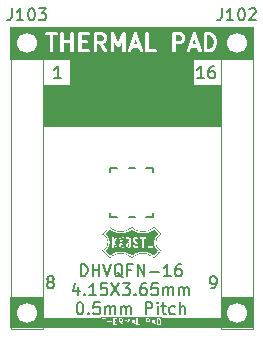
<source format=gto>
G04 #@! TF.GenerationSoftware,KiCad,Pcbnew,9.0.6*
G04 #@! TF.CreationDate,2026-01-02T23:11:15-06:00*
G04 #@! TF.ProjectId,DHVQFN-16_4.15x3.65_P0.5,44485651-464e-42d3-9136-5f342e313578,rev?*
G04 #@! TF.SameCoordinates,Original*
G04 #@! TF.FileFunction,Legend,Top*
G04 #@! TF.FilePolarity,Positive*
%FSLAX46Y46*%
G04 Gerber Fmt 4.6, Leading zero omitted, Abs format (unit mm)*
G04 Created by KiCad (PCBNEW 9.0.6) date 2026-01-02 23:11:15*
%MOMM*%
%LPD*%
G01*
G04 APERTURE LIST*
%ADD10C,0.100000*%
%ADD11C,0.200000*%
%ADD12C,0.300000*%
%ADD13C,0.150000*%
%ADD14C,0.152400*%
%ADD15C,0.000000*%
%ADD16C,0.120000*%
%ADD17R,0.280000X1.200000*%
%ADD18R,1.200000X0.280000*%
%ADD19C,0.508000*%
%ADD20R,2.050000X2.550000*%
%ADD21C,1.700000*%
%ADD22R,1.700000X1.700000*%
G04 APERTURE END LIST*
D10*
X135642968Y-123114197D02*
X141097000Y-123114197D01*
X141097000Y-123893692D01*
X135642968Y-123893692D01*
X135642968Y-123114197D01*
G36*
X135642968Y-123114197D02*
G01*
X141097000Y-123114197D01*
X141097000Y-123893692D01*
X135642968Y-123893692D01*
X135642968Y-123114197D01*
G37*
X122809000Y-121352763D02*
X125530898Y-121352763D01*
X125530898Y-123892763D01*
X122809000Y-123892763D01*
X122809000Y-121352763D01*
G36*
X122809000Y-121352763D02*
G01*
X125530898Y-121352763D01*
X125530898Y-123892763D01*
X122809000Y-123892763D01*
X122809000Y-121352763D01*
G37*
X125121358Y-123114149D02*
X130504688Y-123114149D01*
X130504688Y-123901549D01*
X125121358Y-123901549D01*
X125121358Y-123114149D01*
G36*
X125121358Y-123114149D02*
G01*
X130504688Y-123114149D01*
X130504688Y-123901549D01*
X125121358Y-123901549D01*
X125121358Y-123114149D01*
G37*
X140640913Y-121352763D02*
X143383000Y-121352763D01*
X143383000Y-123892763D01*
X140640913Y-123892763D01*
X140640913Y-121352763D01*
G36*
X140640913Y-121352763D02*
G01*
X143383000Y-121352763D01*
X143383000Y-123892763D01*
X140640913Y-123892763D01*
X140640913Y-121352763D01*
G37*
X122809000Y-98488375D02*
X125594500Y-98488375D01*
X125594500Y-101155625D01*
X122809000Y-101155625D01*
X122809000Y-98488375D01*
G36*
X122809000Y-98488375D02*
G01*
X125594500Y-98488375D01*
X125594500Y-101155625D01*
X122809000Y-101155625D01*
X122809000Y-98488375D01*
G37*
X125222000Y-98488375D02*
X140639750Y-98488375D01*
X140639750Y-98716975D01*
X125222000Y-98716975D01*
X125222000Y-98488375D01*
G36*
X125222000Y-98488375D02*
G01*
X140639750Y-98488375D01*
X140639750Y-98716975D01*
X125222000Y-98716975D01*
X125222000Y-98488375D01*
G37*
X125603000Y-103414726D02*
X140589000Y-103414726D01*
X140589000Y-106843726D01*
X125603000Y-106843726D01*
X125603000Y-103414726D01*
G36*
X125603000Y-103414726D02*
G01*
X140589000Y-103414726D01*
X140589000Y-106843726D01*
X125603000Y-106843726D01*
X125603000Y-103414726D01*
G37*
X130302000Y-123809902D02*
X135763000Y-123809902D01*
X135763000Y-123892763D01*
X130302000Y-123892763D01*
X130302000Y-123809902D01*
G36*
X130302000Y-123809902D02*
G01*
X135763000Y-123809902D01*
X135763000Y-123892763D01*
X130302000Y-123892763D01*
X130302000Y-123809902D01*
G37*
X125044250Y-100749225D02*
X141351000Y-100749225D01*
X141351000Y-101155625D01*
X125044250Y-101155625D01*
X125044250Y-100749225D01*
G36*
X125044250Y-100749225D02*
G01*
X141351000Y-100749225D01*
X141351000Y-101155625D01*
X125044250Y-101155625D01*
X125044250Y-100749225D01*
G37*
X127889000Y-101065101D02*
X138303000Y-101065101D01*
X138303000Y-105256101D01*
X127889000Y-105256101D01*
X127889000Y-101065101D01*
G36*
X127889000Y-101065101D02*
G01*
X138303000Y-101065101D01*
X138303000Y-105256101D01*
X127889000Y-105256101D01*
X127889000Y-101065101D01*
G37*
X140491750Y-98488375D02*
X143353250Y-98488375D01*
X143353250Y-101155625D01*
X140491750Y-101155625D01*
X140491750Y-98488375D01*
G36*
X140491750Y-98488375D02*
G01*
X143353250Y-98488375D01*
X143353250Y-101155625D01*
X140491750Y-101155625D01*
X140491750Y-98488375D01*
G37*
D11*
X139198523Y-102814219D02*
X138627095Y-102814219D01*
X138912809Y-102814219D02*
X138912809Y-101814219D01*
X138912809Y-101814219D02*
X138817571Y-101957076D01*
X138817571Y-101957076D02*
X138722333Y-102052314D01*
X138722333Y-102052314D02*
X138627095Y-102099933D01*
X140055666Y-101814219D02*
X139865190Y-101814219D01*
X139865190Y-101814219D02*
X139769952Y-101861838D01*
X139769952Y-101861838D02*
X139722333Y-101909457D01*
X139722333Y-101909457D02*
X139627095Y-102052314D01*
X139627095Y-102052314D02*
X139579476Y-102242790D01*
X139579476Y-102242790D02*
X139579476Y-102623742D01*
X139579476Y-102623742D02*
X139627095Y-102718980D01*
X139627095Y-102718980D02*
X139674714Y-102766600D01*
X139674714Y-102766600D02*
X139769952Y-102814219D01*
X139769952Y-102814219D02*
X139960428Y-102814219D01*
X139960428Y-102814219D02*
X140055666Y-102766600D01*
X140055666Y-102766600D02*
X140103285Y-102718980D01*
X140103285Y-102718980D02*
X140150904Y-102623742D01*
X140150904Y-102623742D02*
X140150904Y-102385647D01*
X140150904Y-102385647D02*
X140103285Y-102290409D01*
X140103285Y-102290409D02*
X140055666Y-102242790D01*
X140055666Y-102242790D02*
X139960428Y-102195171D01*
X139960428Y-102195171D02*
X139769952Y-102195171D01*
X139769952Y-102195171D02*
X139674714Y-102242790D01*
X139674714Y-102242790D02*
X139627095Y-102290409D01*
X139627095Y-102290409D02*
X139579476Y-102385647D01*
D12*
G36*
X139816162Y-99227348D02*
G01*
X139912007Y-99323193D01*
X139962805Y-99424790D01*
X140023381Y-99667090D01*
X140023381Y-99837304D01*
X139962805Y-100079604D01*
X139912007Y-100181200D01*
X139816163Y-100277044D01*
X139665705Y-100327197D01*
X139494810Y-100327197D01*
X139494810Y-99177197D01*
X139665708Y-99177197D01*
X139816162Y-99227348D01*
G37*
G36*
X130625003Y-99219523D02*
G01*
X130659626Y-99254146D01*
X130701952Y-99338798D01*
X130701952Y-99475120D01*
X130659626Y-99559772D01*
X130625003Y-99594394D01*
X130540352Y-99636721D01*
X130173381Y-99636721D01*
X130173381Y-99177197D01*
X130540352Y-99177197D01*
X130625003Y-99219523D01*
G37*
G36*
X133543837Y-99912911D02*
G01*
X133269590Y-99912911D01*
X133406713Y-99501539D01*
X133543837Y-99912911D01*
G37*
G36*
X138515266Y-99912911D02*
G01*
X138241019Y-99912911D01*
X138378142Y-99501539D01*
X138515266Y-99912911D01*
G37*
G36*
X137253575Y-99219523D02*
G01*
X137288198Y-99254146D01*
X137330524Y-99338798D01*
X137330524Y-99475120D01*
X137288198Y-99559772D01*
X137253575Y-99594394D01*
X137168924Y-99636721D01*
X136801953Y-99636721D01*
X136801953Y-99177197D01*
X137168924Y-99177197D01*
X137253575Y-99219523D01*
G37*
G36*
X140484492Y-100788308D02*
G01*
X125572294Y-100788308D01*
X125572294Y-98997933D01*
X125733405Y-98997933D01*
X125733405Y-99056461D01*
X125755803Y-99110533D01*
X125797187Y-99151917D01*
X125851259Y-99174315D01*
X125880523Y-99177197D01*
X126144808Y-99177197D01*
X126144808Y-100477197D01*
X126147690Y-100506461D01*
X126170088Y-100560533D01*
X126211472Y-100601917D01*
X126265544Y-100624315D01*
X126324072Y-100624315D01*
X126378144Y-100601917D01*
X126419528Y-100560533D01*
X126441926Y-100506461D01*
X126444808Y-100477197D01*
X126444808Y-99177197D01*
X126709094Y-99177197D01*
X126738358Y-99174315D01*
X126792430Y-99151917D01*
X126833814Y-99110533D01*
X126856212Y-99056461D01*
X126856212Y-99027197D01*
X127042428Y-99027197D01*
X127042428Y-100477197D01*
X127045310Y-100506461D01*
X127067708Y-100560533D01*
X127109092Y-100601917D01*
X127163164Y-100624315D01*
X127221692Y-100624315D01*
X127275764Y-100601917D01*
X127317148Y-100560533D01*
X127339546Y-100506461D01*
X127342428Y-100477197D01*
X127342428Y-99867673D01*
X127870999Y-99867673D01*
X127870999Y-100477197D01*
X127873881Y-100506461D01*
X127896279Y-100560533D01*
X127937663Y-100601917D01*
X127991735Y-100624315D01*
X128050263Y-100624315D01*
X128104335Y-100601917D01*
X128145719Y-100560533D01*
X128168117Y-100506461D01*
X128170999Y-100477197D01*
X128170999Y-99027197D01*
X128561476Y-99027197D01*
X128561476Y-100477197D01*
X128564358Y-100506461D01*
X128586756Y-100560533D01*
X128628140Y-100601917D01*
X128682212Y-100624315D01*
X128711476Y-100627197D01*
X129401952Y-100627197D01*
X129431216Y-100624315D01*
X129485288Y-100601917D01*
X129526672Y-100560533D01*
X129549070Y-100506461D01*
X129549070Y-100447933D01*
X129526672Y-100393861D01*
X129485288Y-100352477D01*
X129431216Y-100330079D01*
X129401952Y-100327197D01*
X128861476Y-100327197D01*
X128861476Y-99867673D01*
X129194809Y-99867673D01*
X129224073Y-99864791D01*
X129278145Y-99842393D01*
X129319529Y-99801009D01*
X129341927Y-99746937D01*
X129341927Y-99688409D01*
X129319529Y-99634337D01*
X129278145Y-99592953D01*
X129224073Y-99570555D01*
X129194809Y-99567673D01*
X128861476Y-99567673D01*
X128861476Y-99177197D01*
X129401952Y-99177197D01*
X129431216Y-99174315D01*
X129485288Y-99151917D01*
X129526672Y-99110533D01*
X129549070Y-99056461D01*
X129549070Y-99027197D01*
X129873381Y-99027197D01*
X129873381Y-100477197D01*
X129876263Y-100506461D01*
X129898661Y-100560533D01*
X129940045Y-100601917D01*
X129994117Y-100624315D01*
X130052645Y-100624315D01*
X130106717Y-100601917D01*
X130148101Y-100560533D01*
X130170499Y-100506461D01*
X130173381Y-100477197D01*
X130173381Y-99936721D01*
X130290521Y-99936721D01*
X130729067Y-100563216D01*
X130748210Y-100585537D01*
X130797567Y-100616991D01*
X130855203Y-100627161D01*
X130912344Y-100614502D01*
X130960292Y-100580939D01*
X130991746Y-100531581D01*
X131001917Y-100473946D01*
X130989257Y-100416804D01*
X130974837Y-100391177D01*
X130644909Y-99919852D01*
X130780939Y-99851837D01*
X130793532Y-99843909D01*
X130797192Y-99842394D01*
X130801311Y-99839012D01*
X130805825Y-99836172D01*
X130808421Y-99833177D01*
X130819923Y-99823739D01*
X130888970Y-99754692D01*
X130898410Y-99743189D01*
X130901403Y-99740594D01*
X130904241Y-99736084D01*
X130907625Y-99731962D01*
X130909141Y-99728299D01*
X130917068Y-99715708D01*
X130986116Y-99577612D01*
X130996626Y-99550149D01*
X130997008Y-99544771D01*
X130999070Y-99539794D01*
X131001952Y-99510530D01*
X131001952Y-99303388D01*
X130999070Y-99274124D01*
X130997008Y-99269146D01*
X130996626Y-99263769D01*
X130986116Y-99236306D01*
X130917068Y-99098210D01*
X130909141Y-99085618D01*
X130907625Y-99081956D01*
X130904241Y-99077833D01*
X130901403Y-99073324D01*
X130898410Y-99070728D01*
X130888970Y-99059226D01*
X130856941Y-99027197D01*
X131323381Y-99027197D01*
X131323381Y-100477197D01*
X131326263Y-100506461D01*
X131348661Y-100560533D01*
X131390045Y-100601917D01*
X131444117Y-100624315D01*
X131502645Y-100624315D01*
X131556717Y-100601917D01*
X131598101Y-100560533D01*
X131620499Y-100506461D01*
X131623381Y-100477197D01*
X131623381Y-99703332D01*
X131820786Y-100126344D01*
X131827135Y-100137062D01*
X131828454Y-100140689D01*
X131830803Y-100143254D01*
X131835773Y-100151644D01*
X131852585Y-100167039D01*
X131867981Y-100183852D01*
X131874022Y-100186671D01*
X131878936Y-100191171D01*
X131900359Y-100198961D01*
X131921019Y-100208602D01*
X131927676Y-100208894D01*
X131933939Y-100211172D01*
X131956714Y-100210170D01*
X131979489Y-100211172D01*
X131985751Y-100208894D01*
X131992409Y-100208602D01*
X132013064Y-100198962D01*
X132034492Y-100191171D01*
X132039407Y-100186669D01*
X132045447Y-100183851D01*
X132060839Y-100167043D01*
X132077655Y-100151644D01*
X132082624Y-100143255D01*
X132084974Y-100140689D01*
X132086293Y-100137059D01*
X132092641Y-100126344D01*
X132290047Y-99703330D01*
X132290047Y-100477197D01*
X132292929Y-100506461D01*
X132315327Y-100560533D01*
X132356711Y-100601917D01*
X132410783Y-100624315D01*
X132469311Y-100624315D01*
X132523383Y-100601917D01*
X132564767Y-100560533D01*
X132587165Y-100506461D01*
X132590047Y-100477197D01*
X132590047Y-100458437D01*
X132774559Y-100458437D01*
X132778708Y-100516817D01*
X132804882Y-100569164D01*
X132849096Y-100607511D01*
X132904621Y-100626019D01*
X132963001Y-100621870D01*
X133015348Y-100595696D01*
X133053695Y-100551482D01*
X133065684Y-100524631D01*
X133169590Y-100212911D01*
X133643837Y-100212911D01*
X133747744Y-100524631D01*
X133759733Y-100551482D01*
X133798080Y-100595696D01*
X133850427Y-100621870D01*
X133908807Y-100626019D01*
X133964332Y-100607511D01*
X134008546Y-100569164D01*
X134034720Y-100516816D01*
X134038869Y-100458436D01*
X134032349Y-100429763D01*
X133564828Y-99027197D01*
X134223381Y-99027197D01*
X134223381Y-100477197D01*
X134226263Y-100506461D01*
X134248661Y-100560533D01*
X134290045Y-100601917D01*
X134344117Y-100624315D01*
X134373381Y-100627197D01*
X135063857Y-100627197D01*
X135093121Y-100624315D01*
X135147193Y-100601917D01*
X135188577Y-100560533D01*
X135210975Y-100506461D01*
X135210975Y-100447933D01*
X135188577Y-100393861D01*
X135147193Y-100352477D01*
X135093121Y-100330079D01*
X135063857Y-100327197D01*
X134523381Y-100327197D01*
X134523381Y-99027197D01*
X136501953Y-99027197D01*
X136501953Y-100477197D01*
X136504835Y-100506461D01*
X136527233Y-100560533D01*
X136568617Y-100601917D01*
X136622689Y-100624315D01*
X136681217Y-100624315D01*
X136735289Y-100601917D01*
X136776673Y-100560533D01*
X136799071Y-100506461D01*
X136801953Y-100477197D01*
X136801953Y-100458437D01*
X137745988Y-100458437D01*
X137750137Y-100516817D01*
X137776311Y-100569164D01*
X137820525Y-100607511D01*
X137876050Y-100626019D01*
X137934430Y-100621870D01*
X137986777Y-100595696D01*
X138025124Y-100551482D01*
X138037113Y-100524631D01*
X138141019Y-100212911D01*
X138615266Y-100212911D01*
X138719173Y-100524631D01*
X138731162Y-100551482D01*
X138769509Y-100595696D01*
X138821856Y-100621870D01*
X138880236Y-100626019D01*
X138935761Y-100607511D01*
X138979975Y-100569164D01*
X139006149Y-100516816D01*
X139010298Y-100458436D01*
X139003778Y-100429763D01*
X138536257Y-99027197D01*
X139194810Y-99027197D01*
X139194810Y-100477197D01*
X139197692Y-100506461D01*
X139220090Y-100560533D01*
X139261474Y-100601917D01*
X139315546Y-100624315D01*
X139344810Y-100627197D01*
X139690048Y-100627197D01*
X139704853Y-100625738D01*
X139708808Y-100626020D01*
X139714009Y-100624837D01*
X139719312Y-100624315D01*
X139722969Y-100622799D01*
X139737482Y-100619500D01*
X139944625Y-100550453D01*
X139971476Y-100538464D01*
X139975545Y-100534934D01*
X139980527Y-100532871D01*
X140003257Y-100514216D01*
X140141353Y-100376119D01*
X140150795Y-100364613D01*
X140153785Y-100362021D01*
X140156620Y-100357516D01*
X140160008Y-100353389D01*
X140161526Y-100349723D01*
X140169450Y-100337136D01*
X140238497Y-100199040D01*
X140239314Y-100196903D01*
X140239961Y-100196031D01*
X140244350Y-100183744D01*
X140249007Y-100171577D01*
X140249083Y-100170495D01*
X140249854Y-100168340D01*
X140318902Y-99892150D01*
X140319652Y-99887077D01*
X140320499Y-99885033D01*
X140321584Y-99874013D01*
X140323204Y-99863061D01*
X140322878Y-99860872D01*
X140323381Y-99855769D01*
X140323381Y-99648626D01*
X140322878Y-99643522D01*
X140323204Y-99641335D01*
X140321584Y-99630383D01*
X140320499Y-99619362D01*
X140319652Y-99617317D01*
X140318902Y-99612245D01*
X140249854Y-99336055D01*
X140249083Y-99333899D01*
X140249007Y-99332817D01*
X140244347Y-99320642D01*
X140239961Y-99308363D01*
X140239314Y-99307490D01*
X140238497Y-99305354D01*
X140169450Y-99167258D01*
X140161523Y-99154666D01*
X140160007Y-99151005D01*
X140156623Y-99146882D01*
X140153785Y-99142373D01*
X140150793Y-99139778D01*
X140141352Y-99128274D01*
X140003257Y-98990179D01*
X139980526Y-98971524D01*
X139975546Y-98969461D01*
X139971476Y-98965931D01*
X139944625Y-98953943D01*
X139737482Y-98884895D01*
X139722974Y-98881596D01*
X139719312Y-98880079D01*
X139714003Y-98879556D01*
X139708809Y-98878375D01*
X139704859Y-98878655D01*
X139690048Y-98877197D01*
X139344810Y-98877197D01*
X139315546Y-98880079D01*
X139261474Y-98902477D01*
X139220090Y-98943861D01*
X139197692Y-98997933D01*
X139194810Y-99027197D01*
X138536257Y-99027197D01*
X138520446Y-98979763D01*
X138508457Y-98952912D01*
X138501434Y-98944815D01*
X138496642Y-98935230D01*
X138482433Y-98922906D01*
X138470110Y-98908698D01*
X138460524Y-98903905D01*
X138452428Y-98896883D01*
X138434586Y-98890935D01*
X138417763Y-98882524D01*
X138407070Y-98881764D01*
X138396903Y-98878375D01*
X138378143Y-98879708D01*
X138359383Y-98878375D01*
X138349215Y-98881764D01*
X138338523Y-98882524D01*
X138321699Y-98890935D01*
X138303858Y-98896883D01*
X138295761Y-98903905D01*
X138286176Y-98908698D01*
X138273852Y-98922906D01*
X138259644Y-98935230D01*
X138254851Y-98944815D01*
X138247829Y-98952912D01*
X138235840Y-98979763D01*
X137752507Y-100429763D01*
X137745988Y-100458437D01*
X136801953Y-100458437D01*
X136801953Y-99936721D01*
X137204334Y-99936721D01*
X137233598Y-99933839D01*
X137238578Y-99931775D01*
X137243953Y-99931394D01*
X137271416Y-99920885D01*
X137409511Y-99851837D01*
X137422104Y-99843909D01*
X137425764Y-99842394D01*
X137429883Y-99839012D01*
X137434397Y-99836172D01*
X137436993Y-99833177D01*
X137448495Y-99823739D01*
X137517542Y-99754692D01*
X137526982Y-99743189D01*
X137529975Y-99740594D01*
X137532813Y-99736084D01*
X137536197Y-99731962D01*
X137537713Y-99728299D01*
X137545640Y-99715708D01*
X137614688Y-99577612D01*
X137625198Y-99550149D01*
X137625580Y-99544771D01*
X137627642Y-99539794D01*
X137630524Y-99510530D01*
X137630524Y-99303388D01*
X137627642Y-99274124D01*
X137625580Y-99269146D01*
X137625198Y-99263769D01*
X137614688Y-99236306D01*
X137545640Y-99098210D01*
X137537713Y-99085618D01*
X137536197Y-99081956D01*
X137532813Y-99077833D01*
X137529975Y-99073324D01*
X137526982Y-99070728D01*
X137517542Y-99059226D01*
X137448495Y-98990179D01*
X137436993Y-98980740D01*
X137434397Y-98977746D01*
X137429883Y-98974905D01*
X137425764Y-98971524D01*
X137422104Y-98970008D01*
X137409511Y-98962081D01*
X137271416Y-98893033D01*
X137243953Y-98882524D01*
X137238578Y-98882142D01*
X137233598Y-98880079D01*
X137204334Y-98877197D01*
X136651953Y-98877197D01*
X136622689Y-98880079D01*
X136568617Y-98902477D01*
X136527233Y-98943861D01*
X136504835Y-98997933D01*
X136501953Y-99027197D01*
X134523381Y-99027197D01*
X134520499Y-98997933D01*
X134498101Y-98943861D01*
X134456717Y-98902477D01*
X134402645Y-98880079D01*
X134344117Y-98880079D01*
X134290045Y-98902477D01*
X134248661Y-98943861D01*
X134226263Y-98997933D01*
X134223381Y-99027197D01*
X133564828Y-99027197D01*
X133549017Y-98979763D01*
X133537028Y-98952912D01*
X133530005Y-98944815D01*
X133525213Y-98935230D01*
X133511004Y-98922906D01*
X133498681Y-98908698D01*
X133489095Y-98903905D01*
X133480999Y-98896883D01*
X133463157Y-98890935D01*
X133446334Y-98882524D01*
X133435641Y-98881764D01*
X133425474Y-98878375D01*
X133406714Y-98879708D01*
X133387954Y-98878375D01*
X133377786Y-98881764D01*
X133367094Y-98882524D01*
X133350270Y-98890935D01*
X133332429Y-98896883D01*
X133324332Y-98903905D01*
X133314747Y-98908698D01*
X133302423Y-98922906D01*
X133288215Y-98935230D01*
X133283422Y-98944815D01*
X133276400Y-98952912D01*
X133264411Y-98979763D01*
X132781078Y-100429763D01*
X132774559Y-100458437D01*
X132590047Y-100458437D01*
X132590047Y-99027197D01*
X132588152Y-99007960D01*
X132588308Y-99004422D01*
X132587616Y-99002521D01*
X132587165Y-98997933D01*
X132577203Y-98973884D01*
X132568307Y-98949419D01*
X132566047Y-98946951D01*
X132564767Y-98943861D01*
X132546363Y-98925457D01*
X132528780Y-98906257D01*
X132525748Y-98904842D01*
X132523383Y-98902477D01*
X132499328Y-98892513D01*
X132475742Y-98881506D01*
X132472401Y-98881359D01*
X132469311Y-98880079D01*
X132443276Y-98880079D01*
X132417272Y-98878936D01*
X132414129Y-98880079D01*
X132410783Y-98880079D01*
X132386734Y-98890040D01*
X132362269Y-98898937D01*
X132359801Y-98901196D01*
X132356711Y-98902477D01*
X132338313Y-98920874D01*
X132319106Y-98938464D01*
X132316754Y-98942433D01*
X132315327Y-98943861D01*
X132313973Y-98947127D01*
X132304119Y-98963764D01*
X131956713Y-99708205D01*
X131609308Y-98963764D01*
X131599454Y-98947129D01*
X131598101Y-98943861D01*
X131596672Y-98942432D01*
X131594322Y-98938464D01*
X131575114Y-98920874D01*
X131556717Y-98902477D01*
X131553626Y-98901196D01*
X131551159Y-98898937D01*
X131526693Y-98890040D01*
X131502645Y-98880079D01*
X131499299Y-98880079D01*
X131496156Y-98878936D01*
X131470152Y-98880079D01*
X131444117Y-98880079D01*
X131441026Y-98881359D01*
X131437686Y-98881506D01*
X131414090Y-98892516D01*
X131390045Y-98902477D01*
X131387681Y-98904840D01*
X131384648Y-98906256D01*
X131367058Y-98925463D01*
X131348661Y-98943861D01*
X131347380Y-98946951D01*
X131345121Y-98949419D01*
X131336224Y-98973884D01*
X131326263Y-98997933D01*
X131325811Y-99002521D01*
X131325120Y-99004422D01*
X131325275Y-99007960D01*
X131323381Y-99027197D01*
X130856941Y-99027197D01*
X130819923Y-98990179D01*
X130808421Y-98980740D01*
X130805825Y-98977746D01*
X130801311Y-98974905D01*
X130797192Y-98971524D01*
X130793532Y-98970008D01*
X130780939Y-98962081D01*
X130642844Y-98893033D01*
X130615381Y-98882524D01*
X130610006Y-98882142D01*
X130605026Y-98880079D01*
X130575762Y-98877197D01*
X130023381Y-98877197D01*
X129994117Y-98880079D01*
X129940045Y-98902477D01*
X129898661Y-98943861D01*
X129876263Y-98997933D01*
X129873381Y-99027197D01*
X129549070Y-99027197D01*
X129549070Y-98997933D01*
X129526672Y-98943861D01*
X129485288Y-98902477D01*
X129431216Y-98880079D01*
X129401952Y-98877197D01*
X128711476Y-98877197D01*
X128682212Y-98880079D01*
X128628140Y-98902477D01*
X128586756Y-98943861D01*
X128564358Y-98997933D01*
X128561476Y-99027197D01*
X128170999Y-99027197D01*
X128168117Y-98997933D01*
X128145719Y-98943861D01*
X128104335Y-98902477D01*
X128050263Y-98880079D01*
X127991735Y-98880079D01*
X127937663Y-98902477D01*
X127896279Y-98943861D01*
X127873881Y-98997933D01*
X127870999Y-99027197D01*
X127870999Y-99567673D01*
X127342428Y-99567673D01*
X127342428Y-99027197D01*
X127339546Y-98997933D01*
X127317148Y-98943861D01*
X127275764Y-98902477D01*
X127221692Y-98880079D01*
X127163164Y-98880079D01*
X127109092Y-98902477D01*
X127067708Y-98943861D01*
X127045310Y-98997933D01*
X127042428Y-99027197D01*
X126856212Y-99027197D01*
X126856212Y-98997933D01*
X126833814Y-98943861D01*
X126792430Y-98902477D01*
X126738358Y-98880079D01*
X126709094Y-98877197D01*
X125880523Y-98877197D01*
X125851259Y-98880079D01*
X125797187Y-98902477D01*
X125755803Y-98943861D01*
X125733405Y-98997933D01*
X125572294Y-98997933D01*
X125572294Y-98716086D01*
X140484492Y-98716086D01*
X140484492Y-100788308D01*
G37*
D11*
X127088714Y-102814219D02*
X126517286Y-102814219D01*
X126803000Y-102814219D02*
X126803000Y-101814219D01*
X126803000Y-101814219D02*
X126707762Y-101957076D01*
X126707762Y-101957076D02*
X126612524Y-102052314D01*
X126612524Y-102052314D02*
X126517286Y-102099933D01*
X128770595Y-119562838D02*
X128770595Y-118562838D01*
X128770595Y-118562838D02*
X129008690Y-118562838D01*
X129008690Y-118562838D02*
X129151547Y-118610457D01*
X129151547Y-118610457D02*
X129246785Y-118705695D01*
X129246785Y-118705695D02*
X129294404Y-118800933D01*
X129294404Y-118800933D02*
X129342023Y-118991409D01*
X129342023Y-118991409D02*
X129342023Y-119134266D01*
X129342023Y-119134266D02*
X129294404Y-119324742D01*
X129294404Y-119324742D02*
X129246785Y-119419980D01*
X129246785Y-119419980D02*
X129151547Y-119515219D01*
X129151547Y-119515219D02*
X129008690Y-119562838D01*
X129008690Y-119562838D02*
X128770595Y-119562838D01*
X129770595Y-119562838D02*
X129770595Y-118562838D01*
X129770595Y-119039028D02*
X130342023Y-119039028D01*
X130342023Y-119562838D02*
X130342023Y-118562838D01*
X130675357Y-118562838D02*
X131008690Y-119562838D01*
X131008690Y-119562838D02*
X131342023Y-118562838D01*
X132342023Y-119658076D02*
X132246785Y-119610457D01*
X132246785Y-119610457D02*
X132151547Y-119515219D01*
X132151547Y-119515219D02*
X132008690Y-119372361D01*
X132008690Y-119372361D02*
X131913452Y-119324742D01*
X131913452Y-119324742D02*
X131818214Y-119324742D01*
X131865833Y-119562838D02*
X131770595Y-119515219D01*
X131770595Y-119515219D02*
X131675357Y-119419980D01*
X131675357Y-119419980D02*
X131627738Y-119229504D01*
X131627738Y-119229504D02*
X131627738Y-118896171D01*
X131627738Y-118896171D02*
X131675357Y-118705695D01*
X131675357Y-118705695D02*
X131770595Y-118610457D01*
X131770595Y-118610457D02*
X131865833Y-118562838D01*
X131865833Y-118562838D02*
X132056309Y-118562838D01*
X132056309Y-118562838D02*
X132151547Y-118610457D01*
X132151547Y-118610457D02*
X132246785Y-118705695D01*
X132246785Y-118705695D02*
X132294404Y-118896171D01*
X132294404Y-118896171D02*
X132294404Y-119229504D01*
X132294404Y-119229504D02*
X132246785Y-119419980D01*
X132246785Y-119419980D02*
X132151547Y-119515219D01*
X132151547Y-119515219D02*
X132056309Y-119562838D01*
X132056309Y-119562838D02*
X131865833Y-119562838D01*
X133056309Y-119039028D02*
X132722976Y-119039028D01*
X132722976Y-119562838D02*
X132722976Y-118562838D01*
X132722976Y-118562838D02*
X133199166Y-118562838D01*
X133580119Y-119562838D02*
X133580119Y-118562838D01*
X133580119Y-118562838D02*
X134151547Y-119562838D01*
X134151547Y-119562838D02*
X134151547Y-118562838D01*
X134627738Y-119181885D02*
X135389643Y-119181885D01*
X136389642Y-119562838D02*
X135818214Y-119562838D01*
X136103928Y-119562838D02*
X136103928Y-118562838D01*
X136103928Y-118562838D02*
X136008690Y-118705695D01*
X136008690Y-118705695D02*
X135913452Y-118800933D01*
X135913452Y-118800933D02*
X135818214Y-118848552D01*
X137246785Y-118562838D02*
X137056309Y-118562838D01*
X137056309Y-118562838D02*
X136961071Y-118610457D01*
X136961071Y-118610457D02*
X136913452Y-118658076D01*
X136913452Y-118658076D02*
X136818214Y-118800933D01*
X136818214Y-118800933D02*
X136770595Y-118991409D01*
X136770595Y-118991409D02*
X136770595Y-119372361D01*
X136770595Y-119372361D02*
X136818214Y-119467599D01*
X136818214Y-119467599D02*
X136865833Y-119515219D01*
X136865833Y-119515219D02*
X136961071Y-119562838D01*
X136961071Y-119562838D02*
X137151547Y-119562838D01*
X137151547Y-119562838D02*
X137246785Y-119515219D01*
X137246785Y-119515219D02*
X137294404Y-119467599D01*
X137294404Y-119467599D02*
X137342023Y-119372361D01*
X137342023Y-119372361D02*
X137342023Y-119134266D01*
X137342023Y-119134266D02*
X137294404Y-119039028D01*
X137294404Y-119039028D02*
X137246785Y-118991409D01*
X137246785Y-118991409D02*
X137151547Y-118943790D01*
X137151547Y-118943790D02*
X136961071Y-118943790D01*
X136961071Y-118943790D02*
X136865833Y-118991409D01*
X136865833Y-118991409D02*
X136818214Y-119039028D01*
X136818214Y-119039028D02*
X136770595Y-119134266D01*
X128556310Y-120506115D02*
X128556310Y-121172782D01*
X128318215Y-120125163D02*
X128080120Y-120839448D01*
X128080120Y-120839448D02*
X128699167Y-120839448D01*
X129080120Y-121077543D02*
X129127739Y-121125163D01*
X129127739Y-121125163D02*
X129080120Y-121172782D01*
X129080120Y-121172782D02*
X129032501Y-121125163D01*
X129032501Y-121125163D02*
X129080120Y-121077543D01*
X129080120Y-121077543D02*
X129080120Y-121172782D01*
X130080119Y-121172782D02*
X129508691Y-121172782D01*
X129794405Y-121172782D02*
X129794405Y-120172782D01*
X129794405Y-120172782D02*
X129699167Y-120315639D01*
X129699167Y-120315639D02*
X129603929Y-120410877D01*
X129603929Y-120410877D02*
X129508691Y-120458496D01*
X130984881Y-120172782D02*
X130508691Y-120172782D01*
X130508691Y-120172782D02*
X130461072Y-120648972D01*
X130461072Y-120648972D02*
X130508691Y-120601353D01*
X130508691Y-120601353D02*
X130603929Y-120553734D01*
X130603929Y-120553734D02*
X130842024Y-120553734D01*
X130842024Y-120553734D02*
X130937262Y-120601353D01*
X130937262Y-120601353D02*
X130984881Y-120648972D01*
X130984881Y-120648972D02*
X131032500Y-120744210D01*
X131032500Y-120744210D02*
X131032500Y-120982305D01*
X131032500Y-120982305D02*
X130984881Y-121077543D01*
X130984881Y-121077543D02*
X130937262Y-121125163D01*
X130937262Y-121125163D02*
X130842024Y-121172782D01*
X130842024Y-121172782D02*
X130603929Y-121172782D01*
X130603929Y-121172782D02*
X130508691Y-121125163D01*
X130508691Y-121125163D02*
X130461072Y-121077543D01*
X131365834Y-120172782D02*
X132032500Y-121172782D01*
X132032500Y-120172782D02*
X131365834Y-121172782D01*
X132318215Y-120172782D02*
X132937262Y-120172782D01*
X132937262Y-120172782D02*
X132603929Y-120553734D01*
X132603929Y-120553734D02*
X132746786Y-120553734D01*
X132746786Y-120553734D02*
X132842024Y-120601353D01*
X132842024Y-120601353D02*
X132889643Y-120648972D01*
X132889643Y-120648972D02*
X132937262Y-120744210D01*
X132937262Y-120744210D02*
X132937262Y-120982305D01*
X132937262Y-120982305D02*
X132889643Y-121077543D01*
X132889643Y-121077543D02*
X132842024Y-121125163D01*
X132842024Y-121125163D02*
X132746786Y-121172782D01*
X132746786Y-121172782D02*
X132461072Y-121172782D01*
X132461072Y-121172782D02*
X132365834Y-121125163D01*
X132365834Y-121125163D02*
X132318215Y-121077543D01*
X133365834Y-121077543D02*
X133413453Y-121125163D01*
X133413453Y-121125163D02*
X133365834Y-121172782D01*
X133365834Y-121172782D02*
X133318215Y-121125163D01*
X133318215Y-121125163D02*
X133365834Y-121077543D01*
X133365834Y-121077543D02*
X133365834Y-121172782D01*
X134270595Y-120172782D02*
X134080119Y-120172782D01*
X134080119Y-120172782D02*
X133984881Y-120220401D01*
X133984881Y-120220401D02*
X133937262Y-120268020D01*
X133937262Y-120268020D02*
X133842024Y-120410877D01*
X133842024Y-120410877D02*
X133794405Y-120601353D01*
X133794405Y-120601353D02*
X133794405Y-120982305D01*
X133794405Y-120982305D02*
X133842024Y-121077543D01*
X133842024Y-121077543D02*
X133889643Y-121125163D01*
X133889643Y-121125163D02*
X133984881Y-121172782D01*
X133984881Y-121172782D02*
X134175357Y-121172782D01*
X134175357Y-121172782D02*
X134270595Y-121125163D01*
X134270595Y-121125163D02*
X134318214Y-121077543D01*
X134318214Y-121077543D02*
X134365833Y-120982305D01*
X134365833Y-120982305D02*
X134365833Y-120744210D01*
X134365833Y-120744210D02*
X134318214Y-120648972D01*
X134318214Y-120648972D02*
X134270595Y-120601353D01*
X134270595Y-120601353D02*
X134175357Y-120553734D01*
X134175357Y-120553734D02*
X133984881Y-120553734D01*
X133984881Y-120553734D02*
X133889643Y-120601353D01*
X133889643Y-120601353D02*
X133842024Y-120648972D01*
X133842024Y-120648972D02*
X133794405Y-120744210D01*
X135270595Y-120172782D02*
X134794405Y-120172782D01*
X134794405Y-120172782D02*
X134746786Y-120648972D01*
X134746786Y-120648972D02*
X134794405Y-120601353D01*
X134794405Y-120601353D02*
X134889643Y-120553734D01*
X134889643Y-120553734D02*
X135127738Y-120553734D01*
X135127738Y-120553734D02*
X135222976Y-120601353D01*
X135222976Y-120601353D02*
X135270595Y-120648972D01*
X135270595Y-120648972D02*
X135318214Y-120744210D01*
X135318214Y-120744210D02*
X135318214Y-120982305D01*
X135318214Y-120982305D02*
X135270595Y-121077543D01*
X135270595Y-121077543D02*
X135222976Y-121125163D01*
X135222976Y-121125163D02*
X135127738Y-121172782D01*
X135127738Y-121172782D02*
X134889643Y-121172782D01*
X134889643Y-121172782D02*
X134794405Y-121125163D01*
X134794405Y-121125163D02*
X134746786Y-121077543D01*
X135746786Y-121172782D02*
X135746786Y-120506115D01*
X135746786Y-120601353D02*
X135794405Y-120553734D01*
X135794405Y-120553734D02*
X135889643Y-120506115D01*
X135889643Y-120506115D02*
X136032500Y-120506115D01*
X136032500Y-120506115D02*
X136127738Y-120553734D01*
X136127738Y-120553734D02*
X136175357Y-120648972D01*
X136175357Y-120648972D02*
X136175357Y-121172782D01*
X136175357Y-120648972D02*
X136222976Y-120553734D01*
X136222976Y-120553734D02*
X136318214Y-120506115D01*
X136318214Y-120506115D02*
X136461071Y-120506115D01*
X136461071Y-120506115D02*
X136556310Y-120553734D01*
X136556310Y-120553734D02*
X136603929Y-120648972D01*
X136603929Y-120648972D02*
X136603929Y-121172782D01*
X137080119Y-121172782D02*
X137080119Y-120506115D01*
X137080119Y-120601353D02*
X137127738Y-120553734D01*
X137127738Y-120553734D02*
X137222976Y-120506115D01*
X137222976Y-120506115D02*
X137365833Y-120506115D01*
X137365833Y-120506115D02*
X137461071Y-120553734D01*
X137461071Y-120553734D02*
X137508690Y-120648972D01*
X137508690Y-120648972D02*
X137508690Y-121172782D01*
X137508690Y-120648972D02*
X137556309Y-120553734D01*
X137556309Y-120553734D02*
X137651547Y-120506115D01*
X137651547Y-120506115D02*
X137794404Y-120506115D01*
X137794404Y-120506115D02*
X137889643Y-120553734D01*
X137889643Y-120553734D02*
X137937262Y-120648972D01*
X137937262Y-120648972D02*
X137937262Y-121172782D01*
X128651548Y-121782726D02*
X128746786Y-121782726D01*
X128746786Y-121782726D02*
X128842024Y-121830345D01*
X128842024Y-121830345D02*
X128889643Y-121877964D01*
X128889643Y-121877964D02*
X128937262Y-121973202D01*
X128937262Y-121973202D02*
X128984881Y-122163678D01*
X128984881Y-122163678D02*
X128984881Y-122401773D01*
X128984881Y-122401773D02*
X128937262Y-122592249D01*
X128937262Y-122592249D02*
X128889643Y-122687487D01*
X128889643Y-122687487D02*
X128842024Y-122735107D01*
X128842024Y-122735107D02*
X128746786Y-122782726D01*
X128746786Y-122782726D02*
X128651548Y-122782726D01*
X128651548Y-122782726D02*
X128556310Y-122735107D01*
X128556310Y-122735107D02*
X128508691Y-122687487D01*
X128508691Y-122687487D02*
X128461072Y-122592249D01*
X128461072Y-122592249D02*
X128413453Y-122401773D01*
X128413453Y-122401773D02*
X128413453Y-122163678D01*
X128413453Y-122163678D02*
X128461072Y-121973202D01*
X128461072Y-121973202D02*
X128508691Y-121877964D01*
X128508691Y-121877964D02*
X128556310Y-121830345D01*
X128556310Y-121830345D02*
X128651548Y-121782726D01*
X129413453Y-122687487D02*
X129461072Y-122735107D01*
X129461072Y-122735107D02*
X129413453Y-122782726D01*
X129413453Y-122782726D02*
X129365834Y-122735107D01*
X129365834Y-122735107D02*
X129413453Y-122687487D01*
X129413453Y-122687487D02*
X129413453Y-122782726D01*
X130365833Y-121782726D02*
X129889643Y-121782726D01*
X129889643Y-121782726D02*
X129842024Y-122258916D01*
X129842024Y-122258916D02*
X129889643Y-122211297D01*
X129889643Y-122211297D02*
X129984881Y-122163678D01*
X129984881Y-122163678D02*
X130222976Y-122163678D01*
X130222976Y-122163678D02*
X130318214Y-122211297D01*
X130318214Y-122211297D02*
X130365833Y-122258916D01*
X130365833Y-122258916D02*
X130413452Y-122354154D01*
X130413452Y-122354154D02*
X130413452Y-122592249D01*
X130413452Y-122592249D02*
X130365833Y-122687487D01*
X130365833Y-122687487D02*
X130318214Y-122735107D01*
X130318214Y-122735107D02*
X130222976Y-122782726D01*
X130222976Y-122782726D02*
X129984881Y-122782726D01*
X129984881Y-122782726D02*
X129889643Y-122735107D01*
X129889643Y-122735107D02*
X129842024Y-122687487D01*
X130842024Y-122782726D02*
X130842024Y-122116059D01*
X130842024Y-122211297D02*
X130889643Y-122163678D01*
X130889643Y-122163678D02*
X130984881Y-122116059D01*
X130984881Y-122116059D02*
X131127738Y-122116059D01*
X131127738Y-122116059D02*
X131222976Y-122163678D01*
X131222976Y-122163678D02*
X131270595Y-122258916D01*
X131270595Y-122258916D02*
X131270595Y-122782726D01*
X131270595Y-122258916D02*
X131318214Y-122163678D01*
X131318214Y-122163678D02*
X131413452Y-122116059D01*
X131413452Y-122116059D02*
X131556309Y-122116059D01*
X131556309Y-122116059D02*
X131651548Y-122163678D01*
X131651548Y-122163678D02*
X131699167Y-122258916D01*
X131699167Y-122258916D02*
X131699167Y-122782726D01*
X132175357Y-122782726D02*
X132175357Y-122116059D01*
X132175357Y-122211297D02*
X132222976Y-122163678D01*
X132222976Y-122163678D02*
X132318214Y-122116059D01*
X132318214Y-122116059D02*
X132461071Y-122116059D01*
X132461071Y-122116059D02*
X132556309Y-122163678D01*
X132556309Y-122163678D02*
X132603928Y-122258916D01*
X132603928Y-122258916D02*
X132603928Y-122782726D01*
X132603928Y-122258916D02*
X132651547Y-122163678D01*
X132651547Y-122163678D02*
X132746785Y-122116059D01*
X132746785Y-122116059D02*
X132889642Y-122116059D01*
X132889642Y-122116059D02*
X132984881Y-122163678D01*
X132984881Y-122163678D02*
X133032500Y-122258916D01*
X133032500Y-122258916D02*
X133032500Y-122782726D01*
X134270595Y-122782726D02*
X134270595Y-121782726D01*
X134270595Y-121782726D02*
X134651547Y-121782726D01*
X134651547Y-121782726D02*
X134746785Y-121830345D01*
X134746785Y-121830345D02*
X134794404Y-121877964D01*
X134794404Y-121877964D02*
X134842023Y-121973202D01*
X134842023Y-121973202D02*
X134842023Y-122116059D01*
X134842023Y-122116059D02*
X134794404Y-122211297D01*
X134794404Y-122211297D02*
X134746785Y-122258916D01*
X134746785Y-122258916D02*
X134651547Y-122306535D01*
X134651547Y-122306535D02*
X134270595Y-122306535D01*
X135270595Y-122782726D02*
X135270595Y-122116059D01*
X135270595Y-121782726D02*
X135222976Y-121830345D01*
X135222976Y-121830345D02*
X135270595Y-121877964D01*
X135270595Y-121877964D02*
X135318214Y-121830345D01*
X135318214Y-121830345D02*
X135270595Y-121782726D01*
X135270595Y-121782726D02*
X135270595Y-121877964D01*
X135603928Y-122116059D02*
X135984880Y-122116059D01*
X135746785Y-121782726D02*
X135746785Y-122639868D01*
X135746785Y-122639868D02*
X135794404Y-122735107D01*
X135794404Y-122735107D02*
X135889642Y-122782726D01*
X135889642Y-122782726D02*
X135984880Y-122782726D01*
X136746785Y-122735107D02*
X136651547Y-122782726D01*
X136651547Y-122782726D02*
X136461071Y-122782726D01*
X136461071Y-122782726D02*
X136365833Y-122735107D01*
X136365833Y-122735107D02*
X136318214Y-122687487D01*
X136318214Y-122687487D02*
X136270595Y-122592249D01*
X136270595Y-122592249D02*
X136270595Y-122306535D01*
X136270595Y-122306535D02*
X136318214Y-122211297D01*
X136318214Y-122211297D02*
X136365833Y-122163678D01*
X136365833Y-122163678D02*
X136461071Y-122116059D01*
X136461071Y-122116059D02*
X136651547Y-122116059D01*
X136651547Y-122116059D02*
X136746785Y-122163678D01*
X137175357Y-122782726D02*
X137175357Y-121782726D01*
X137603928Y-122782726D02*
X137603928Y-122258916D01*
X137603928Y-122258916D02*
X137556309Y-122163678D01*
X137556309Y-122163678D02*
X137461071Y-122116059D01*
X137461071Y-122116059D02*
X137318214Y-122116059D01*
X137318214Y-122116059D02*
X137222976Y-122163678D01*
X137222976Y-122163678D02*
X137175357Y-122211297D01*
X139790755Y-120594219D02*
X139981231Y-120594219D01*
X139981231Y-120594219D02*
X140076469Y-120546600D01*
X140076469Y-120546600D02*
X140124088Y-120498980D01*
X140124088Y-120498980D02*
X140219326Y-120356123D01*
X140219326Y-120356123D02*
X140266945Y-120165647D01*
X140266945Y-120165647D02*
X140266945Y-119784695D01*
X140266945Y-119784695D02*
X140219326Y-119689457D01*
X140219326Y-119689457D02*
X140171707Y-119641838D01*
X140171707Y-119641838D02*
X140076469Y-119594219D01*
X140076469Y-119594219D02*
X139885993Y-119594219D01*
X139885993Y-119594219D02*
X139790755Y-119641838D01*
X139790755Y-119641838D02*
X139743136Y-119689457D01*
X139743136Y-119689457D02*
X139695517Y-119784695D01*
X139695517Y-119784695D02*
X139695517Y-120022790D01*
X139695517Y-120022790D02*
X139743136Y-120118028D01*
X139743136Y-120118028D02*
X139790755Y-120165647D01*
X139790755Y-120165647D02*
X139885993Y-120213266D01*
X139885993Y-120213266D02*
X140076469Y-120213266D01*
X140076469Y-120213266D02*
X140171707Y-120165647D01*
X140171707Y-120165647D02*
X140219326Y-120118028D01*
X140219326Y-120118028D02*
X140266945Y-120022790D01*
D10*
G36*
X135414228Y-123237620D02*
G01*
X135447764Y-123271156D01*
X135465489Y-123306608D01*
X135486475Y-123390549D01*
X135486475Y-123449668D01*
X135465489Y-123533609D01*
X135447764Y-123569061D01*
X135414226Y-123602599D01*
X135361696Y-123620109D01*
X135300761Y-123620109D01*
X135300761Y-123220109D01*
X135361695Y-123220109D01*
X135414228Y-123237620D01*
G37*
G36*
X133252820Y-123477252D02*
G01*
X133153467Y-123477252D01*
X133203143Y-123328222D01*
X133252820Y-123477252D01*
G37*
G36*
X134967105Y-123477252D02*
G01*
X134867752Y-123477252D01*
X134917428Y-123328222D01*
X134967105Y-123477252D01*
G37*
G36*
X132244952Y-123235011D02*
G01*
X132257287Y-123247344D01*
X132272190Y-123277150D01*
X132272190Y-123324972D01*
X132257287Y-123354778D01*
X132244952Y-123367111D01*
X132215149Y-123382014D01*
X132086476Y-123382014D01*
X132086476Y-123220109D01*
X132215149Y-123220109D01*
X132244952Y-123235011D01*
G37*
G36*
X134530666Y-123235011D02*
G01*
X134543001Y-123247344D01*
X134557904Y-123277150D01*
X134557904Y-123324972D01*
X134543001Y-123354778D01*
X134530666Y-123367111D01*
X134500863Y-123382014D01*
X134372190Y-123382014D01*
X134372190Y-123220109D01*
X134500863Y-123220109D01*
X134530666Y-123235011D01*
G37*
G36*
X135642031Y-123775665D02*
G01*
X130506155Y-123775665D01*
X130506155Y-123150975D01*
X130561711Y-123150975D01*
X130561711Y-123189243D01*
X130588771Y-123216303D01*
X130607905Y-123220109D01*
X130700762Y-123220109D01*
X130700762Y-123670109D01*
X130704568Y-123689243D01*
X130731628Y-123716303D01*
X130769896Y-123716303D01*
X130796956Y-123689243D01*
X130800762Y-123670109D01*
X130800762Y-123220109D01*
X130893619Y-123220109D01*
X130912753Y-123216303D01*
X130939813Y-123189243D01*
X130939813Y-123170109D01*
X131010285Y-123170109D01*
X131010285Y-123670109D01*
X131014091Y-123689243D01*
X131041151Y-123716303D01*
X131079419Y-123716303D01*
X131106479Y-123689243D01*
X131110285Y-123670109D01*
X131110285Y-123458204D01*
X131295999Y-123458204D01*
X131295999Y-123670109D01*
X131299805Y-123689243D01*
X131326865Y-123716303D01*
X131365133Y-123716303D01*
X131392193Y-123689243D01*
X131395999Y-123670109D01*
X131395999Y-123170109D01*
X131534095Y-123170109D01*
X131534095Y-123670109D01*
X131537901Y-123689243D01*
X131564961Y-123716303D01*
X131584095Y-123720109D01*
X131822190Y-123720109D01*
X131841324Y-123716303D01*
X131868384Y-123689243D01*
X131868384Y-123650975D01*
X131841324Y-123623915D01*
X131822190Y-123620109D01*
X131634095Y-123620109D01*
X131634095Y-123458204D01*
X131750762Y-123458204D01*
X131769896Y-123454398D01*
X131796956Y-123427338D01*
X131796956Y-123389070D01*
X131769896Y-123362010D01*
X131750762Y-123358204D01*
X131634095Y-123358204D01*
X131634095Y-123220109D01*
X131822190Y-123220109D01*
X131841324Y-123216303D01*
X131868384Y-123189243D01*
X131868384Y-123170109D01*
X131986476Y-123170109D01*
X131986476Y-123670109D01*
X131990282Y-123689243D01*
X132017342Y-123716303D01*
X132055610Y-123716303D01*
X132082670Y-123689243D01*
X132086476Y-123670109D01*
X132086476Y-123482014D01*
X132129491Y-123482014D01*
X132281229Y-123698782D01*
X132295319Y-123712275D01*
X132333005Y-123718925D01*
X132364356Y-123696980D01*
X132371006Y-123659294D01*
X132363152Y-123641436D01*
X132248095Y-123477068D01*
X132249313Y-123476735D01*
X132296932Y-123452925D01*
X132303263Y-123448011D01*
X132309926Y-123443560D01*
X132333736Y-123419751D01*
X132338189Y-123413086D01*
X132343103Y-123406755D01*
X132366911Y-123359137D01*
X132367572Y-123356721D01*
X132368384Y-123355910D01*
X132369947Y-123348048D01*
X132372064Y-123340321D01*
X132371701Y-123339232D01*
X132372190Y-123336776D01*
X132372190Y-123265347D01*
X132371701Y-123262890D01*
X132372064Y-123261802D01*
X132369947Y-123254074D01*
X132368384Y-123246213D01*
X132367572Y-123245401D01*
X132366911Y-123242986D01*
X132343103Y-123195368D01*
X132338189Y-123189036D01*
X132333736Y-123182372D01*
X132321472Y-123170109D01*
X132486476Y-123170109D01*
X132486476Y-123670109D01*
X132490282Y-123689243D01*
X132517342Y-123716303D01*
X132555610Y-123716303D01*
X132582670Y-123689243D01*
X132586476Y-123670109D01*
X132586476Y-123395486D01*
X132657834Y-123548396D01*
X132665456Y-123558785D01*
X132666269Y-123561021D01*
X132667526Y-123561607D01*
X132669374Y-123564126D01*
X132685446Y-123569970D01*
X132700947Y-123577204D01*
X132703143Y-123576405D01*
X132705339Y-123577204D01*
X132720839Y-123569970D01*
X132736912Y-123564126D01*
X132738759Y-123561607D01*
X132740017Y-123561021D01*
X132740829Y-123558785D01*
X132748452Y-123548396D01*
X132819809Y-123395487D01*
X132819809Y-123670109D01*
X132823615Y-123689243D01*
X132850675Y-123716303D01*
X132888943Y-123716303D01*
X132916003Y-123689243D01*
X132919104Y-123673653D01*
X132986603Y-123673653D01*
X133003717Y-123707882D01*
X133040021Y-123719983D01*
X133074250Y-123702869D01*
X133083911Y-123685920D01*
X133120134Y-123577252D01*
X133286153Y-123577252D01*
X133322376Y-123685920D01*
X133332037Y-123702869D01*
X133366266Y-123719983D01*
X133402570Y-123707881D01*
X133419684Y-123673653D01*
X133417244Y-123654297D01*
X133255847Y-123170109D01*
X133486476Y-123170109D01*
X133486476Y-123670109D01*
X133490282Y-123689243D01*
X133517342Y-123716303D01*
X133536476Y-123720109D01*
X133774571Y-123720109D01*
X133793705Y-123716303D01*
X133820765Y-123689243D01*
X133820765Y-123650975D01*
X133793705Y-123623915D01*
X133774571Y-123620109D01*
X133586476Y-123620109D01*
X133586476Y-123170109D01*
X134272190Y-123170109D01*
X134272190Y-123670109D01*
X134275996Y-123689243D01*
X134303056Y-123716303D01*
X134341324Y-123716303D01*
X134368384Y-123689243D01*
X134371485Y-123673653D01*
X134700888Y-123673653D01*
X134718002Y-123707882D01*
X134754306Y-123719983D01*
X134788535Y-123702869D01*
X134798196Y-123685920D01*
X134834419Y-123577252D01*
X135000438Y-123577252D01*
X135036661Y-123685920D01*
X135046322Y-123702869D01*
X135080551Y-123719983D01*
X135116855Y-123707881D01*
X135133969Y-123673653D01*
X135131529Y-123654297D01*
X134970132Y-123170109D01*
X135200761Y-123170109D01*
X135200761Y-123670109D01*
X135204567Y-123689243D01*
X135231627Y-123716303D01*
X135250761Y-123720109D01*
X135369809Y-123720109D01*
X135377671Y-123718545D01*
X135385620Y-123717543D01*
X135457049Y-123693734D01*
X135459224Y-123692494D01*
X135460372Y-123692494D01*
X135467036Y-123688040D01*
X135473997Y-123684073D01*
X135474510Y-123683046D01*
X135476593Y-123681655D01*
X135524212Y-123634035D01*
X135528665Y-123627369D01*
X135533577Y-123621041D01*
X135557387Y-123573422D01*
X135558833Y-123568140D01*
X135561173Y-123563188D01*
X135584982Y-123467950D01*
X135585279Y-123461832D01*
X135586475Y-123455823D01*
X135586475Y-123384395D01*
X135585279Y-123378385D01*
X135584982Y-123372268D01*
X135561173Y-123277030D01*
X135558833Y-123272077D01*
X135557387Y-123266796D01*
X135533577Y-123219177D01*
X135528665Y-123212848D01*
X135524211Y-123206182D01*
X135476592Y-123158564D01*
X135474509Y-123157172D01*
X135473997Y-123156147D01*
X135467035Y-123152178D01*
X135460371Y-123147725D01*
X135459224Y-123147725D01*
X135457049Y-123146485D01*
X135385621Y-123122675D01*
X135377670Y-123121672D01*
X135369809Y-123120109D01*
X135250761Y-123120109D01*
X135231627Y-123123915D01*
X135204567Y-123150975D01*
X135200761Y-123170109D01*
X134970132Y-123170109D01*
X134964862Y-123154298D01*
X134955201Y-123137349D01*
X134951858Y-123135678D01*
X134950188Y-123132336D01*
X134935148Y-123127322D01*
X134920972Y-123120235D01*
X134917428Y-123121416D01*
X134913884Y-123120235D01*
X134899707Y-123127322D01*
X134884668Y-123132336D01*
X134882997Y-123135678D01*
X134879655Y-123137349D01*
X134869994Y-123154298D01*
X134703328Y-123654298D01*
X134700888Y-123673653D01*
X134371485Y-123673653D01*
X134372190Y-123670109D01*
X134372190Y-123482014D01*
X134512666Y-123482014D01*
X134515122Y-123481525D01*
X134516211Y-123481888D01*
X134523938Y-123479771D01*
X134531800Y-123478208D01*
X134532611Y-123477396D01*
X134535027Y-123476735D01*
X134582646Y-123452925D01*
X134588977Y-123448011D01*
X134595640Y-123443560D01*
X134619450Y-123419751D01*
X134623903Y-123413086D01*
X134628817Y-123406755D01*
X134652625Y-123359137D01*
X134653286Y-123356721D01*
X134654098Y-123355910D01*
X134655661Y-123348048D01*
X134657778Y-123340321D01*
X134657415Y-123339232D01*
X134657904Y-123336776D01*
X134657904Y-123265347D01*
X134657415Y-123262890D01*
X134657778Y-123261802D01*
X134655661Y-123254074D01*
X134654098Y-123246213D01*
X134653286Y-123245401D01*
X134652625Y-123242986D01*
X134628817Y-123195368D01*
X134623903Y-123189036D01*
X134619450Y-123182372D01*
X134595640Y-123158563D01*
X134588977Y-123154111D01*
X134582646Y-123149198D01*
X134535027Y-123125388D01*
X134532611Y-123124726D01*
X134531800Y-123123915D01*
X134523938Y-123122351D01*
X134516211Y-123120235D01*
X134515122Y-123120597D01*
X134512666Y-123120109D01*
X134322190Y-123120109D01*
X134303056Y-123123915D01*
X134275996Y-123150975D01*
X134272190Y-123170109D01*
X133586476Y-123170109D01*
X133582670Y-123150975D01*
X133555610Y-123123915D01*
X133517342Y-123123915D01*
X133490282Y-123150975D01*
X133486476Y-123170109D01*
X133255847Y-123170109D01*
X133250577Y-123154298D01*
X133240916Y-123137349D01*
X133237573Y-123135678D01*
X133235903Y-123132336D01*
X133220863Y-123127322D01*
X133206687Y-123120235D01*
X133203143Y-123121416D01*
X133199599Y-123120235D01*
X133185422Y-123127322D01*
X133170383Y-123132336D01*
X133168712Y-123135678D01*
X133165370Y-123137349D01*
X133155709Y-123154298D01*
X132989043Y-123654298D01*
X132986603Y-123673653D01*
X132919104Y-123673653D01*
X132919809Y-123670109D01*
X132919809Y-123170109D01*
X132916003Y-123150975D01*
X132909720Y-123144692D01*
X132906683Y-123136340D01*
X132896717Y-123131689D01*
X132888943Y-123123915D01*
X132880058Y-123123915D01*
X132872005Y-123120157D01*
X132861670Y-123123915D01*
X132850675Y-123123915D01*
X132844392Y-123130197D01*
X132836040Y-123133235D01*
X132824500Y-123148964D01*
X132703142Y-123409017D01*
X132581785Y-123148965D01*
X132570245Y-123133235D01*
X132561892Y-123130197D01*
X132555610Y-123123915D01*
X132544615Y-123123915D01*
X132534280Y-123120157D01*
X132526227Y-123123915D01*
X132517342Y-123123915D01*
X132509567Y-123131689D01*
X132499602Y-123136340D01*
X132496564Y-123144692D01*
X132490282Y-123150975D01*
X132486476Y-123170109D01*
X132321472Y-123170109D01*
X132309926Y-123158563D01*
X132303263Y-123154111D01*
X132296932Y-123149198D01*
X132249313Y-123125388D01*
X132246897Y-123124726D01*
X132246086Y-123123915D01*
X132238224Y-123122351D01*
X132230497Y-123120235D01*
X132229408Y-123120597D01*
X132226952Y-123120109D01*
X132036476Y-123120109D01*
X132017342Y-123123915D01*
X131990282Y-123150975D01*
X131986476Y-123170109D01*
X131868384Y-123170109D01*
X131868384Y-123150975D01*
X131841324Y-123123915D01*
X131822190Y-123120109D01*
X131584095Y-123120109D01*
X131564961Y-123123915D01*
X131537901Y-123150975D01*
X131534095Y-123170109D01*
X131395999Y-123170109D01*
X131392193Y-123150975D01*
X131365133Y-123123915D01*
X131326865Y-123123915D01*
X131299805Y-123150975D01*
X131295999Y-123170109D01*
X131295999Y-123358204D01*
X131110285Y-123358204D01*
X131110285Y-123170109D01*
X131106479Y-123150975D01*
X131079419Y-123123915D01*
X131041151Y-123123915D01*
X131014091Y-123150975D01*
X131010285Y-123170109D01*
X130939813Y-123170109D01*
X130939813Y-123150975D01*
X130912753Y-123123915D01*
X130893619Y-123120109D01*
X130607905Y-123120109D01*
X130588771Y-123123915D01*
X130561711Y-123150975D01*
X130506155Y-123150975D01*
X130506155Y-123064553D01*
X135642031Y-123064553D01*
X135642031Y-123775665D01*
G37*
D11*
X126115530Y-120022790D02*
X126020292Y-119975171D01*
X126020292Y-119975171D02*
X125972673Y-119927552D01*
X125972673Y-119927552D02*
X125925054Y-119832314D01*
X125925054Y-119832314D02*
X125925054Y-119784695D01*
X125925054Y-119784695D02*
X125972673Y-119689457D01*
X125972673Y-119689457D02*
X126020292Y-119641838D01*
X126020292Y-119641838D02*
X126115530Y-119594219D01*
X126115530Y-119594219D02*
X126306006Y-119594219D01*
X126306006Y-119594219D02*
X126401244Y-119641838D01*
X126401244Y-119641838D02*
X126448863Y-119689457D01*
X126448863Y-119689457D02*
X126496482Y-119784695D01*
X126496482Y-119784695D02*
X126496482Y-119832314D01*
X126496482Y-119832314D02*
X126448863Y-119927552D01*
X126448863Y-119927552D02*
X126401244Y-119975171D01*
X126401244Y-119975171D02*
X126306006Y-120022790D01*
X126306006Y-120022790D02*
X126115530Y-120022790D01*
X126115530Y-120022790D02*
X126020292Y-120070409D01*
X126020292Y-120070409D02*
X125972673Y-120118028D01*
X125972673Y-120118028D02*
X125925054Y-120213266D01*
X125925054Y-120213266D02*
X125925054Y-120403742D01*
X125925054Y-120403742D02*
X125972673Y-120498980D01*
X125972673Y-120498980D02*
X126020292Y-120546600D01*
X126020292Y-120546600D02*
X126115530Y-120594219D01*
X126115530Y-120594219D02*
X126306006Y-120594219D01*
X126306006Y-120594219D02*
X126401244Y-120546600D01*
X126401244Y-120546600D02*
X126448863Y-120498980D01*
X126448863Y-120498980D02*
X126496482Y-120403742D01*
X126496482Y-120403742D02*
X126496482Y-120213266D01*
X126496482Y-120213266D02*
X126448863Y-120118028D01*
X126448863Y-120118028D02*
X126401244Y-120070409D01*
X126401244Y-120070409D02*
X126306006Y-120022790D01*
D13*
X122920285Y-96896819D02*
X122920285Y-97611104D01*
X122920285Y-97611104D02*
X122872666Y-97753961D01*
X122872666Y-97753961D02*
X122777428Y-97849200D01*
X122777428Y-97849200D02*
X122634571Y-97896819D01*
X122634571Y-97896819D02*
X122539333Y-97896819D01*
X123920285Y-97896819D02*
X123348857Y-97896819D01*
X123634571Y-97896819D02*
X123634571Y-96896819D01*
X123634571Y-96896819D02*
X123539333Y-97039676D01*
X123539333Y-97039676D02*
X123444095Y-97134914D01*
X123444095Y-97134914D02*
X123348857Y-97182533D01*
X124539333Y-96896819D02*
X124634571Y-96896819D01*
X124634571Y-96896819D02*
X124729809Y-96944438D01*
X124729809Y-96944438D02*
X124777428Y-96992057D01*
X124777428Y-96992057D02*
X124825047Y-97087295D01*
X124825047Y-97087295D02*
X124872666Y-97277771D01*
X124872666Y-97277771D02*
X124872666Y-97515866D01*
X124872666Y-97515866D02*
X124825047Y-97706342D01*
X124825047Y-97706342D02*
X124777428Y-97801580D01*
X124777428Y-97801580D02*
X124729809Y-97849200D01*
X124729809Y-97849200D02*
X124634571Y-97896819D01*
X124634571Y-97896819D02*
X124539333Y-97896819D01*
X124539333Y-97896819D02*
X124444095Y-97849200D01*
X124444095Y-97849200D02*
X124396476Y-97801580D01*
X124396476Y-97801580D02*
X124348857Y-97706342D01*
X124348857Y-97706342D02*
X124301238Y-97515866D01*
X124301238Y-97515866D02*
X124301238Y-97277771D01*
X124301238Y-97277771D02*
X124348857Y-97087295D01*
X124348857Y-97087295D02*
X124396476Y-96992057D01*
X124396476Y-96992057D02*
X124444095Y-96944438D01*
X124444095Y-96944438D02*
X124539333Y-96896819D01*
X125206000Y-96896819D02*
X125825047Y-96896819D01*
X125825047Y-96896819D02*
X125491714Y-97277771D01*
X125491714Y-97277771D02*
X125634571Y-97277771D01*
X125634571Y-97277771D02*
X125729809Y-97325390D01*
X125729809Y-97325390D02*
X125777428Y-97373009D01*
X125777428Y-97373009D02*
X125825047Y-97468247D01*
X125825047Y-97468247D02*
X125825047Y-97706342D01*
X125825047Y-97706342D02*
X125777428Y-97801580D01*
X125777428Y-97801580D02*
X125729809Y-97849200D01*
X125729809Y-97849200D02*
X125634571Y-97896819D01*
X125634571Y-97896819D02*
X125348857Y-97896819D01*
X125348857Y-97896819D02*
X125253619Y-97849200D01*
X125253619Y-97849200D02*
X125206000Y-97801580D01*
X140700285Y-96896819D02*
X140700285Y-97611104D01*
X140700285Y-97611104D02*
X140652666Y-97753961D01*
X140652666Y-97753961D02*
X140557428Y-97849200D01*
X140557428Y-97849200D02*
X140414571Y-97896819D01*
X140414571Y-97896819D02*
X140319333Y-97896819D01*
X141700285Y-97896819D02*
X141128857Y-97896819D01*
X141414571Y-97896819D02*
X141414571Y-96896819D01*
X141414571Y-96896819D02*
X141319333Y-97039676D01*
X141319333Y-97039676D02*
X141224095Y-97134914D01*
X141224095Y-97134914D02*
X141128857Y-97182533D01*
X142319333Y-96896819D02*
X142414571Y-96896819D01*
X142414571Y-96896819D02*
X142509809Y-96944438D01*
X142509809Y-96944438D02*
X142557428Y-96992057D01*
X142557428Y-96992057D02*
X142605047Y-97087295D01*
X142605047Y-97087295D02*
X142652666Y-97277771D01*
X142652666Y-97277771D02*
X142652666Y-97515866D01*
X142652666Y-97515866D02*
X142605047Y-97706342D01*
X142605047Y-97706342D02*
X142557428Y-97801580D01*
X142557428Y-97801580D02*
X142509809Y-97849200D01*
X142509809Y-97849200D02*
X142414571Y-97896819D01*
X142414571Y-97896819D02*
X142319333Y-97896819D01*
X142319333Y-97896819D02*
X142224095Y-97849200D01*
X142224095Y-97849200D02*
X142176476Y-97801580D01*
X142176476Y-97801580D02*
X142128857Y-97706342D01*
X142128857Y-97706342D02*
X142081238Y-97515866D01*
X142081238Y-97515866D02*
X142081238Y-97277771D01*
X142081238Y-97277771D02*
X142128857Y-97087295D01*
X142128857Y-97087295D02*
X142176476Y-96992057D01*
X142176476Y-96992057D02*
X142224095Y-96944438D01*
X142224095Y-96944438D02*
X142319333Y-96896819D01*
X143033619Y-96992057D02*
X143081238Y-96944438D01*
X143081238Y-96944438D02*
X143176476Y-96896819D01*
X143176476Y-96896819D02*
X143414571Y-96896819D01*
X143414571Y-96896819D02*
X143509809Y-96944438D01*
X143509809Y-96944438D02*
X143557428Y-96992057D01*
X143557428Y-96992057D02*
X143605047Y-97087295D01*
X143605047Y-97087295D02*
X143605047Y-97182533D01*
X143605047Y-97182533D02*
X143557428Y-97325390D01*
X143557428Y-97325390D02*
X142986000Y-97896819D01*
X142986000Y-97896819D02*
X143605047Y-97896819D01*
D14*
X131271000Y-110434300D02*
X131271000Y-110786606D01*
X131271000Y-114231994D02*
X131271000Y-114584300D01*
X131271000Y-114584300D02*
X131873305Y-114584300D01*
X131873305Y-110434300D02*
X131271000Y-110434300D01*
X132818693Y-114584300D02*
X133373307Y-114584300D01*
X133373307Y-110434300D02*
X132818693Y-110434300D01*
X134318695Y-114584300D02*
X134921000Y-114584300D01*
X134921000Y-110434300D02*
X134318695Y-110434300D01*
X134921000Y-110786606D02*
X134921000Y-110434300D01*
X134921000Y-114584300D02*
X134921000Y-114231994D01*
D15*
G36*
X134955012Y-115372236D02*
G01*
X134962510Y-115381024D01*
X134970186Y-115389707D01*
X134978431Y-115398694D01*
X134987640Y-115408392D01*
X134998204Y-115419212D01*
X135010516Y-115431561D01*
X135024969Y-115445849D01*
X135038339Y-115458950D01*
X135048148Y-115468547D01*
X135060405Y-115480557D01*
X135074776Y-115494653D01*
X135090926Y-115510505D01*
X135108521Y-115527786D01*
X135127227Y-115546168D01*
X135146710Y-115565320D01*
X135166635Y-115584916D01*
X135186668Y-115604626D01*
X135206474Y-115624123D01*
X135212341Y-115629901D01*
X135233898Y-115651122D01*
X135257177Y-115674027D01*
X135281663Y-115698109D01*
X135306840Y-115722861D01*
X135332192Y-115747777D01*
X135357205Y-115772349D01*
X135381361Y-115796072D01*
X135404147Y-115818438D01*
X135425045Y-115838941D01*
X135438918Y-115852543D01*
X135463459Y-115876603D01*
X135485351Y-115898079D01*
X135504740Y-115917118D01*
X135521772Y-115933867D01*
X135536594Y-115948471D01*
X135549350Y-115961077D01*
X135560186Y-115971831D01*
X135569249Y-115980879D01*
X135576685Y-115988369D01*
X135582638Y-115994446D01*
X135587255Y-115999256D01*
X135590683Y-116002947D01*
X135593065Y-116005663D01*
X135594550Y-116007553D01*
X135595281Y-116008761D01*
X135595406Y-116009434D01*
X135595366Y-116009527D01*
X135593479Y-116011224D01*
X135589004Y-116014736D01*
X135582533Y-116019613D01*
X135574659Y-116025404D01*
X135571178Y-116027927D01*
X135561448Y-116035040D01*
X135551482Y-116042485D01*
X135542374Y-116049432D01*
X135535219Y-116055055D01*
X135534500Y-116055638D01*
X135527934Y-116060906D01*
X135519256Y-116067768D01*
X135509459Y-116075442D01*
X135499534Y-116083150D01*
X135496539Y-116085462D01*
X135456012Y-116117820D01*
X135418118Y-116150399D01*
X135383093Y-116182969D01*
X135351171Y-116215303D01*
X135322590Y-116247174D01*
X135298707Y-116276865D01*
X135269015Y-116319187D01*
X135242757Y-116363214D01*
X135219906Y-116409017D01*
X135200433Y-116456669D01*
X135184311Y-116506239D01*
X135171512Y-116557799D01*
X135162008Y-116611419D01*
X135159421Y-116630963D01*
X135157852Y-116647531D01*
X135156730Y-116666975D01*
X135156055Y-116688326D01*
X135155827Y-116710614D01*
X135156047Y-116732867D01*
X135156715Y-116754115D01*
X135157832Y-116773388D01*
X135159333Y-116789176D01*
X135167434Y-116841218D01*
X135178917Y-116891310D01*
X135193793Y-116939476D01*
X135212075Y-116985745D01*
X135233776Y-117030141D01*
X135258908Y-117072692D01*
X135287482Y-117113424D01*
X135319513Y-117152364D01*
X135339144Y-117173584D01*
X135352305Y-117186703D01*
X135368393Y-117201788D01*
X135387448Y-117218871D01*
X135409507Y-117237986D01*
X135434608Y-117259163D01*
X135462790Y-117282436D01*
X135494090Y-117307837D01*
X135528548Y-117335397D01*
X135552196Y-117354123D01*
X135563386Y-117363038D01*
X135573530Y-117371286D01*
X135582231Y-117378529D01*
X135589089Y-117384430D01*
X135593706Y-117388652D01*
X135595685Y-117390858D01*
X135595726Y-117390972D01*
X135594444Y-117392664D01*
X135590547Y-117397062D01*
X135584132Y-117404065D01*
X135575299Y-117413567D01*
X135564144Y-117425467D01*
X135550768Y-117439660D01*
X135535267Y-117456044D01*
X135517739Y-117474514D01*
X135498284Y-117494969D01*
X135477000Y-117517304D01*
X135453984Y-117541417D01*
X135429335Y-117567204D01*
X135403150Y-117594561D01*
X135375530Y-117623386D01*
X135346570Y-117653575D01*
X135316371Y-117685025D01*
X135287441Y-117715124D01*
X135258589Y-117745129D01*
X135230385Y-117774457D01*
X135202954Y-117802980D01*
X135176421Y-117830567D01*
X135150911Y-117857088D01*
X135126549Y-117882415D01*
X135103460Y-117906416D01*
X135081768Y-117928962D01*
X135061599Y-117949924D01*
X135043077Y-117969172D01*
X135026327Y-117986575D01*
X135011474Y-118002005D01*
X134998643Y-118015331D01*
X134987959Y-118026424D01*
X134979546Y-118035153D01*
X134973529Y-118041390D01*
X134970034Y-118045004D01*
X134969278Y-118045780D01*
X134959969Y-118055236D01*
X134909387Y-118014434D01*
X134885408Y-117995173D01*
X134863926Y-117978104D01*
X134844470Y-117962877D01*
X134826572Y-117949141D01*
X134809762Y-117936544D01*
X134793572Y-117924734D01*
X134777532Y-117913362D01*
X134761173Y-117902076D01*
X134744027Y-117890524D01*
X134742586Y-117889563D01*
X134691013Y-117856639D01*
X134638543Y-117825899D01*
X134585640Y-117797571D01*
X134532768Y-117771884D01*
X134480389Y-117749067D01*
X134428969Y-117729348D01*
X134392955Y-117717246D01*
X134329200Y-117699186D01*
X134263910Y-117684716D01*
X134197092Y-117673837D01*
X134128755Y-117666548D01*
X134058905Y-117662851D01*
X133987550Y-117662747D01*
X133914697Y-117666235D01*
X133879252Y-117669182D01*
X133818930Y-117676613D01*
X133758340Y-117687483D01*
X133698094Y-117701626D01*
X133638806Y-117718878D01*
X133581088Y-117739075D01*
X133525552Y-117762050D01*
X133513018Y-117767772D01*
X133503597Y-117772148D01*
X133493751Y-117776716D01*
X133485165Y-117780692D01*
X133482743Y-117781812D01*
X133455742Y-117795046D01*
X133426554Y-117810743D01*
X133395702Y-117828554D01*
X133363712Y-117848130D01*
X133331109Y-117869123D01*
X133298419Y-117891185D01*
X133266167Y-117913968D01*
X133234877Y-117937124D01*
X133205076Y-117960304D01*
X133177288Y-117983161D01*
X133171200Y-117988367D01*
X133163060Y-117995385D01*
X133152924Y-118004125D01*
X133141757Y-118013758D01*
X133130518Y-118023452D01*
X133122882Y-118030041D01*
X133113774Y-118037746D01*
X133105475Y-118044477D01*
X133098501Y-118049840D01*
X133093371Y-118053436D01*
X133090600Y-118054870D01*
X133090490Y-118054879D01*
X133087306Y-118053241D01*
X133082940Y-118048723D01*
X133079319Y-118043896D01*
X133073578Y-118036730D01*
X133064778Y-118027419D01*
X133053043Y-118016078D01*
X133038497Y-118002825D01*
X133021267Y-117987776D01*
X133001475Y-117971047D01*
X133000283Y-117970054D01*
X132942261Y-117923975D01*
X132883475Y-117881704D01*
X132823851Y-117843205D01*
X132763318Y-117808441D01*
X132701803Y-117777375D01*
X132639234Y-117749972D01*
X132575538Y-117726195D01*
X132510643Y-117706007D01*
X132444477Y-117689372D01*
X132441925Y-117688807D01*
X132381726Y-117677241D01*
X132319535Y-117668556D01*
X132256038Y-117662788D01*
X132191917Y-117659972D01*
X132127857Y-117660142D01*
X132064542Y-117663334D01*
X132021715Y-117667309D01*
X131954086Y-117676768D01*
X131887183Y-117690055D01*
X131821059Y-117707150D01*
X131755769Y-117728032D01*
X131691367Y-117752680D01*
X131627908Y-117781074D01*
X131565445Y-117813193D01*
X131504033Y-117849017D01*
X131452345Y-117882607D01*
X131436889Y-117893246D01*
X131422223Y-117903590D01*
X131407750Y-117914086D01*
X131392873Y-117925182D01*
X131376993Y-117937324D01*
X131359514Y-117950960D01*
X131339839Y-117966538D01*
X131333197Y-117971834D01*
X131313786Y-117987302D01*
X131295904Y-118001492D01*
X131279781Y-118014223D01*
X131265652Y-118025310D01*
X131253750Y-118034573D01*
X131244308Y-118041827D01*
X131237560Y-118046891D01*
X131235392Y-118048457D01*
X131229390Y-118052699D01*
X131084992Y-117901112D01*
X131047011Y-117861238D01*
X131011575Y-117824032D01*
X130978536Y-117789337D01*
X130947742Y-117756994D01*
X130919043Y-117726845D01*
X130892290Y-117698731D01*
X130867331Y-117672494D01*
X130844018Y-117647976D01*
X130822199Y-117625019D01*
X130801724Y-117603464D01*
X130782444Y-117583153D01*
X130764208Y-117563929D01*
X130746865Y-117545631D01*
X130730267Y-117528103D01*
X130714261Y-117511186D01*
X130698699Y-117494721D01*
X130683430Y-117478551D01*
X130668304Y-117462517D01*
X130653170Y-117446461D01*
X130637879Y-117430225D01*
X130622281Y-117413649D01*
X130607200Y-117397615D01*
X130684065Y-117397615D01*
X130731151Y-117447422D01*
X130778448Y-117497420D01*
X130823604Y-117545095D01*
X130867137Y-117590987D01*
X130909559Y-117635638D01*
X130951388Y-117679591D01*
X130993136Y-117723386D01*
X131035321Y-117767566D01*
X131078457Y-117812672D01*
X131079275Y-117813526D01*
X131098063Y-117833160D01*
X131116331Y-117852255D01*
X131133865Y-117870588D01*
X131150452Y-117887935D01*
X131165879Y-117904073D01*
X131179930Y-117918777D01*
X131192393Y-117931824D01*
X131203055Y-117942991D01*
X131211700Y-117952054D01*
X131218116Y-117958790D01*
X131222088Y-117962974D01*
X131222590Y-117963505D01*
X131229114Y-117970291D01*
X131233612Y-117974538D01*
X131236633Y-117976645D01*
X131238723Y-117977013D01*
X131240122Y-117976301D01*
X131242710Y-117974157D01*
X131247614Y-117970014D01*
X131254189Y-117964421D01*
X131261788Y-117957927D01*
X131263809Y-117956195D01*
X131324134Y-117906754D01*
X131385354Y-117861110D01*
X131447493Y-117819254D01*
X131510575Y-117781174D01*
X131574622Y-117746860D01*
X131639659Y-117716302D01*
X131705709Y-117689490D01*
X131772796Y-117666412D01*
X131840942Y-117647059D01*
X131910172Y-117631419D01*
X131980508Y-117619484D01*
X132037341Y-117612619D01*
X132109729Y-117607231D01*
X132181153Y-117605585D01*
X132251652Y-117607694D01*
X132321265Y-117613566D01*
X132390032Y-117623214D01*
X132457991Y-117636647D01*
X132525182Y-117653877D01*
X132591644Y-117674914D01*
X132657417Y-117699769D01*
X132722538Y-117728453D01*
X132787048Y-117760977D01*
X132850986Y-117797350D01*
X132914391Y-117837585D01*
X132951460Y-117863064D01*
X132973923Y-117879289D01*
X132997716Y-117897092D01*
X133021877Y-117915724D01*
X133045444Y-117934432D01*
X133067455Y-117952466D01*
X133083978Y-117966494D01*
X133098324Y-117978917D01*
X133103821Y-117974415D01*
X133106972Y-117971799D01*
X133112559Y-117967126D01*
X133120035Y-117960856D01*
X133128848Y-117953449D01*
X133138450Y-117945368D01*
X133140259Y-117943844D01*
X133173674Y-117916595D01*
X133209416Y-117889105D01*
X133246559Y-117862033D01*
X133284174Y-117836037D01*
X133321333Y-117811774D01*
X133357107Y-117789900D01*
X133359688Y-117788386D01*
X133390265Y-117771213D01*
X133423392Y-117753883D01*
X133458146Y-117736821D01*
X133493602Y-117720453D01*
X133528834Y-117705207D01*
X133562918Y-117691507D01*
X133594929Y-117679780D01*
X133597008Y-117679064D01*
X133665090Y-117657776D01*
X133733834Y-117640333D01*
X133803259Y-117626732D01*
X133873387Y-117616970D01*
X133944240Y-117611044D01*
X134015839Y-117608950D01*
X134066816Y-117609777D01*
X134136091Y-117613949D01*
X134204250Y-117621629D01*
X134271425Y-117632861D01*
X134337748Y-117647687D01*
X134403350Y-117666149D01*
X134468363Y-117688289D01*
X134532919Y-117714149D01*
X134597149Y-117743773D01*
X134661186Y-117777202D01*
X134725160Y-117814479D01*
X134747682Y-117828519D01*
X134791595Y-117857327D01*
X134834984Y-117887786D01*
X134878700Y-117920513D01*
X134916820Y-117950628D01*
X134951397Y-117978564D01*
X134973635Y-117955683D01*
X134978205Y-117950954D01*
X134985245Y-117943634D01*
X134994528Y-117933960D01*
X135005828Y-117922169D01*
X135018917Y-117908497D01*
X135033571Y-117893180D01*
X135049563Y-117876456D01*
X135066665Y-117858561D01*
X135084653Y-117839731D01*
X135103299Y-117820204D01*
X135122377Y-117800215D01*
X135127260Y-117795097D01*
X135150487Y-117770757D01*
X135171231Y-117749027D01*
X135189704Y-117729689D01*
X135206116Y-117712524D01*
X135220679Y-117697314D01*
X135233604Y-117683840D01*
X135245103Y-117671885D01*
X135255387Y-117661229D01*
X135264667Y-117651655D01*
X135273155Y-117642943D01*
X135281062Y-117634876D01*
X135288600Y-117627235D01*
X135295978Y-117619801D01*
X135303410Y-117612356D01*
X135311106Y-117604682D01*
X135319277Y-117596560D01*
X135320757Y-117595091D01*
X135328825Y-117587010D01*
X135335834Y-117579846D01*
X135341348Y-117574058D01*
X135344928Y-117570107D01*
X135346139Y-117568468D01*
X135347458Y-117566742D01*
X135351167Y-117562648D01*
X135356890Y-117556581D01*
X135364252Y-117548934D01*
X135372880Y-117540102D01*
X135379832Y-117533061D01*
X135389685Y-117523086D01*
X135401601Y-117510961D01*
X135414933Y-117497345D01*
X135429033Y-117482903D01*
X135443255Y-117468296D01*
X135456952Y-117454187D01*
X135462898Y-117448046D01*
X135512270Y-117397007D01*
X135504936Y-117390962D01*
X135500358Y-117387430D01*
X135496971Y-117385252D01*
X135496056Y-117384916D01*
X135494035Y-117383710D01*
X135489758Y-117380443D01*
X135483892Y-117375644D01*
X135478433Y-117370994D01*
X135471475Y-117365079D01*
X135462334Y-117357470D01*
X135451894Y-117348894D01*
X135441040Y-117340077D01*
X135433058Y-117333665D01*
X135423826Y-117326215D01*
X135415622Y-117319456D01*
X135408952Y-117313815D01*
X135404318Y-117309717D01*
X135402225Y-117307589D01*
X135402197Y-117307545D01*
X135399225Y-117305117D01*
X135397803Y-117304833D01*
X135395265Y-117303858D01*
X135394970Y-117303083D01*
X135393565Y-117301234D01*
X135389716Y-117297392D01*
X135383969Y-117292075D01*
X135376873Y-117285800D01*
X135374949Y-117284140D01*
X135346291Y-117258842D01*
X135320594Y-117234626D01*
X135297297Y-117210888D01*
X135275838Y-117187020D01*
X135255655Y-117162416D01*
X135236188Y-117136470D01*
X135229529Y-117127088D01*
X135202853Y-117085903D01*
X135178902Y-117042574D01*
X135157843Y-116997552D01*
X135139840Y-116951288D01*
X135125058Y-116904234D01*
X135113664Y-116856840D01*
X135105821Y-116809557D01*
X135102884Y-116781363D01*
X135100519Y-116745269D01*
X135099492Y-116711968D01*
X135099804Y-116680584D01*
X135101457Y-116650240D01*
X135103014Y-116632917D01*
X135104428Y-116619515D01*
X135105572Y-116609568D01*
X135106497Y-116602639D01*
X135106646Y-116601665D01*
X135107363Y-116596796D01*
X135108291Y-116590121D01*
X135108707Y-116587015D01*
X135110496Y-116575569D01*
X135113119Y-116561488D01*
X135116335Y-116545893D01*
X135119906Y-116529905D01*
X135123594Y-116514647D01*
X135126485Y-116503652D01*
X135142475Y-116451901D01*
X135161298Y-116402655D01*
X135183124Y-116355561D01*
X135208124Y-116310263D01*
X135236469Y-116266408D01*
X135249730Y-116247903D01*
X135254812Y-116240890D01*
X135258888Y-116235022D01*
X135261476Y-116231010D01*
X135262149Y-116229628D01*
X135263532Y-116227533D01*
X135266876Y-116224463D01*
X135267032Y-116224339D01*
X135270445Y-116221076D01*
X135271914Y-116218525D01*
X135271915Y-116218480D01*
X135273314Y-116215968D01*
X135276691Y-116212705D01*
X135276799Y-116212620D01*
X135280219Y-116209267D01*
X135281681Y-116206519D01*
X135281682Y-116206479D01*
X135283095Y-116203956D01*
X135286653Y-116200300D01*
X135288518Y-116198725D01*
X135292657Y-116195028D01*
X135295087Y-116192097D01*
X135295354Y-116191354D01*
X135296686Y-116189490D01*
X135300392Y-116185345D01*
X135306036Y-116179353D01*
X135313185Y-116171950D01*
X135321402Y-116163569D01*
X135330255Y-116154646D01*
X135339307Y-116145614D01*
X135348124Y-116136908D01*
X135356271Y-116128962D01*
X135363314Y-116122211D01*
X135368817Y-116117090D01*
X135372345Y-116114033D01*
X135373413Y-116113353D01*
X135375593Y-116111948D01*
X135379148Y-116108353D01*
X135381532Y-116105540D01*
X135385567Y-116101068D01*
X135388964Y-116098240D01*
X135390240Y-116097727D01*
X135392967Y-116096344D01*
X135396679Y-116092916D01*
X135397600Y-116091868D01*
X135401214Y-116088111D01*
X135404024Y-116086109D01*
X135404468Y-116086008D01*
X135406920Y-116084611D01*
X135410156Y-116081240D01*
X135410247Y-116081125D01*
X135413309Y-116077730D01*
X135415426Y-116076244D01*
X135415474Y-116076242D01*
X135417457Y-116075088D01*
X135421813Y-116071949D01*
X135427892Y-116067311D01*
X135434725Y-116061912D01*
X135443288Y-116055118D01*
X135452155Y-116048207D01*
X135460088Y-116042140D01*
X135464349Y-116038961D01*
X135470870Y-116034072D01*
X135479211Y-116027666D01*
X135488155Y-116020683D01*
X135494343Y-116015779D01*
X135512578Y-116001217D01*
X135488449Y-115977690D01*
X135483433Y-115972787D01*
X135475881Y-115965387D01*
X135466041Y-115955732D01*
X135454160Y-115944067D01*
X135440485Y-115930635D01*
X135425265Y-115915678D01*
X135408746Y-115899441D01*
X135391178Y-115882167D01*
X135372806Y-115864099D01*
X135353879Y-115845480D01*
X135337290Y-115829156D01*
X135317656Y-115809844D01*
X135296984Y-115789530D01*
X135275468Y-115768402D01*
X135253299Y-115746648D01*
X135230670Y-115724454D01*
X135207771Y-115702010D01*
X135184796Y-115679502D01*
X135161936Y-115657120D01*
X135139383Y-115635049D01*
X135117331Y-115613479D01*
X135095969Y-115592596D01*
X135075491Y-115572589D01*
X135056089Y-115553646D01*
X135037955Y-115535953D01*
X135021280Y-115519700D01*
X135006258Y-115505073D01*
X134993079Y-115492261D01*
X134981936Y-115481451D01*
X134973022Y-115472830D01*
X134966527Y-115466588D01*
X134962874Y-115463124D01*
X134956784Y-115457710D01*
X134952510Y-115454716D01*
X134949240Y-115453675D01*
X134946884Y-115453912D01*
X134943762Y-115455578D01*
X134938369Y-115459360D01*
X134931347Y-115464773D01*
X134923337Y-115471333D01*
X134919276Y-115474793D01*
X134863962Y-115519994D01*
X134805970Y-115562481D01*
X134745541Y-115602129D01*
X134682918Y-115638816D01*
X134618345Y-115672421D01*
X134552064Y-115702819D01*
X134484318Y-115729888D01*
X134415350Y-115753507D01*
X134345402Y-115773551D01*
X134310919Y-115782014D01*
X134259261Y-115792807D01*
X134207518Y-115801183D01*
X134154928Y-115807224D01*
X134100733Y-115811012D01*
X134044171Y-115812632D01*
X134029651Y-115812708D01*
X133973295Y-115811776D01*
X133919164Y-115808806D01*
X133866248Y-115803678D01*
X133813538Y-115796272D01*
X133760024Y-115786465D01*
X133704696Y-115774137D01*
X133701924Y-115773467D01*
X133688281Y-115770039D01*
X133673425Y-115766102D01*
X133657823Y-115761798D01*
X133641940Y-115757269D01*
X133626244Y-115752658D01*
X133611201Y-115748108D01*
X133597278Y-115743761D01*
X133584941Y-115739759D01*
X133574656Y-115736247D01*
X133566890Y-115733365D01*
X133562111Y-115731256D01*
X133560800Y-115730331D01*
X133558436Y-115729034D01*
X133553506Y-115727467D01*
X133549569Y-115726517D01*
X133543898Y-115724996D01*
X133540201Y-115723417D01*
X133539387Y-115722543D01*
X133537714Y-115721196D01*
X133534504Y-115720751D01*
X133530832Y-115720167D01*
X133529621Y-115719048D01*
X133527895Y-115717707D01*
X133523583Y-115716423D01*
X133521808Y-115716095D01*
X133516923Y-115714887D01*
X133514199Y-115713385D01*
X133513995Y-115712915D01*
X133512327Y-115711449D01*
X133509251Y-115710985D01*
X133504296Y-115709815D01*
X133501578Y-115708055D01*
X133497715Y-115705621D01*
X133495439Y-115705125D01*
X133491469Y-115703821D01*
X133489300Y-115702195D01*
X133485069Y-115699857D01*
X133481627Y-115699265D01*
X133478022Y-115698688D01*
X133476883Y-115697626D01*
X133475248Y-115695678D01*
X133471375Y-115693517D01*
X133466818Y-115691885D01*
X133463956Y-115691452D01*
X133460194Y-115690158D01*
X133458048Y-115688523D01*
X133453788Y-115686157D01*
X133450514Y-115685593D01*
X133445770Y-115684558D01*
X133443329Y-115683042D01*
X133440935Y-115681479D01*
X133435558Y-115678422D01*
X133427698Y-115674143D01*
X133417857Y-115668910D01*
X133406538Y-115662994D01*
X133396800Y-115657974D01*
X133351386Y-115633834D01*
X133308278Y-115609056D01*
X133266639Y-115583093D01*
X133225631Y-115555402D01*
X133184418Y-115525437D01*
X133142161Y-115492654D01*
X133139603Y-115490608D01*
X133125985Y-115479860D01*
X133114923Y-115471530D01*
X133106071Y-115465420D01*
X133099083Y-115461333D01*
X133093611Y-115459072D01*
X133089309Y-115458440D01*
X133085832Y-115459239D01*
X133085123Y-115459599D01*
X133082465Y-115461526D01*
X133077472Y-115465533D01*
X133070746Y-115471121D01*
X133062890Y-115477794D01*
X133058480Y-115481594D01*
X133016567Y-115516080D01*
X132971222Y-115549960D01*
X132922911Y-115582947D01*
X132872095Y-115614751D01*
X132819239Y-115645087D01*
X132764804Y-115673665D01*
X132709255Y-115700197D01*
X132700745Y-115704033D01*
X132642441Y-115728397D01*
X132582107Y-115750345D01*
X132520511Y-115769654D01*
X132458420Y-115786098D01*
X132396601Y-115799455D01*
X132343024Y-115808478D01*
X132325179Y-115811011D01*
X132309253Y-115813119D01*
X132294625Y-115814839D01*
X132280670Y-115816211D01*
X132266767Y-115817272D01*
X132252293Y-115818060D01*
X132236625Y-115818613D01*
X132219139Y-115818971D01*
X132199214Y-115819170D01*
X132176227Y-115819250D01*
X132167232Y-115819256D01*
X132144106Y-115819227D01*
X132124398Y-115819119D01*
X132107620Y-115818919D01*
X132093283Y-115818612D01*
X132080901Y-115818185D01*
X132069984Y-115817624D01*
X132060044Y-115816914D01*
X132050594Y-115816042D01*
X132049061Y-115815883D01*
X131986609Y-115808050D01*
X131925730Y-115797894D01*
X131867193Y-115785550D01*
X131849608Y-115781292D01*
X131833835Y-115777267D01*
X131818724Y-115773259D01*
X131804756Y-115769406D01*
X131792410Y-115765850D01*
X131782166Y-115762729D01*
X131774503Y-115760185D01*
X131769901Y-115758356D01*
X131768868Y-115757726D01*
X131765528Y-115756227D01*
X131762868Y-115755910D01*
X131758650Y-115755305D01*
X131752782Y-115753783D01*
X131746595Y-115751777D01*
X131741415Y-115749723D01*
X131738572Y-115748055D01*
X131738461Y-115747916D01*
X131736222Y-115746744D01*
X131731157Y-115744954D01*
X131724229Y-115742877D01*
X131721892Y-115742237D01*
X131714588Y-115740135D01*
X131708853Y-115738213D01*
X131705649Y-115736804D01*
X131705324Y-115736527D01*
X131702905Y-115735204D01*
X131698205Y-115733883D01*
X131696988Y-115733640D01*
X131692292Y-115732340D01*
X131689790Y-115730797D01*
X131689664Y-115730429D01*
X131687992Y-115729027D01*
X131684781Y-115728564D01*
X131681110Y-115727895D01*
X131679898Y-115726611D01*
X131678226Y-115725143D01*
X131675014Y-115724658D01*
X131671344Y-115723989D01*
X131670131Y-115722704D01*
X131668460Y-115721236D01*
X131665248Y-115720751D01*
X131661577Y-115720082D01*
X131660365Y-115718798D01*
X131658694Y-115717330D01*
X131655482Y-115716845D01*
X131651810Y-115716265D01*
X131650599Y-115715152D01*
X131648933Y-115713519D01*
X131644724Y-115711214D01*
X131639153Y-115708741D01*
X131633403Y-115706603D01*
X131628655Y-115705303D01*
X131627062Y-115705125D01*
X131623770Y-115704351D01*
X131622928Y-115703521D01*
X131621058Y-115702244D01*
X131616168Y-115699535D01*
X131608758Y-115695654D01*
X131599329Y-115690861D01*
X131588383Y-115685415D01*
X131581591Y-115682086D01*
X131525316Y-115653279D01*
X131471182Y-115622687D01*
X131418517Y-115589879D01*
X131366652Y-115554425D01*
X131314916Y-115515895D01*
X131281436Y-115489319D01*
X131269711Y-115479875D01*
X131260496Y-115472727D01*
X131253328Y-115467635D01*
X131247742Y-115464362D01*
X131243274Y-115462670D01*
X131239460Y-115462321D01*
X131235837Y-115463077D01*
X131232717Y-115464338D01*
X131230483Y-115466009D01*
X131225899Y-115470062D01*
X131218935Y-115476528D01*
X131209561Y-115485435D01*
X131197750Y-115496812D01*
X131183470Y-115510687D01*
X131166693Y-115527090D01*
X131147390Y-115546049D01*
X131125531Y-115567593D01*
X131101086Y-115591751D01*
X131074027Y-115618552D01*
X131044323Y-115648024D01*
X131011946Y-115680197D01*
X130976866Y-115715099D01*
X130954924Y-115736949D01*
X130684719Y-116006091D01*
X130693509Y-116011585D01*
X130698758Y-116015295D01*
X130705748Y-116020818D01*
X130713392Y-116027276D01*
X130717924Y-116031312D01*
X130723600Y-116036419D01*
X130731660Y-116043584D01*
X130741537Y-116052307D01*
X130752663Y-116062087D01*
X130764471Y-116072426D01*
X130776393Y-116082822D01*
X130776445Y-116082867D01*
X130798308Y-116101991D01*
X130817503Y-116119029D01*
X130834399Y-116134354D01*
X130849366Y-116148337D01*
X130862772Y-116161350D01*
X130874987Y-116173764D01*
X130886379Y-116185952D01*
X130897319Y-116198285D01*
X130908175Y-116211135D01*
X130919316Y-116224874D01*
X130926584Y-116234073D01*
X130936389Y-116247021D01*
X130947385Y-116262280D01*
X130958977Y-116278966D01*
X130970571Y-116296193D01*
X130981570Y-116313077D01*
X130991382Y-116328732D01*
X130999410Y-116342274D01*
X130999924Y-116343180D01*
X131023971Y-116389562D01*
X131044596Y-116437419D01*
X131061697Y-116486437D01*
X131075176Y-116536299D01*
X131084933Y-116586689D01*
X131090209Y-116629527D01*
X131090967Y-116641198D01*
X131091449Y-116655848D01*
X131091671Y-116672706D01*
X131091646Y-116691003D01*
X131091390Y-116709968D01*
X131090917Y-116728829D01*
X131090241Y-116746817D01*
X131089377Y-116763161D01*
X131088339Y-116777090D01*
X131087229Y-116787223D01*
X131079527Y-116834151D01*
X131069468Y-116880643D01*
X131057242Y-116926066D01*
X131043037Y-116969790D01*
X131027042Y-117011183D01*
X131009445Y-117049616D01*
X131007811Y-117052864D01*
X130988010Y-117089054D01*
X130965661Y-117124418D01*
X130940586Y-117159157D01*
X130912608Y-117193476D01*
X130881547Y-117227577D01*
X130847227Y-117261662D01*
X130809469Y-117295934D01*
X130768095Y-117330596D01*
X130754029Y-117341830D01*
X130744942Y-117349076D01*
X130736894Y-117355626D01*
X130730401Y-117361046D01*
X130725982Y-117364906D01*
X130724175Y-117366734D01*
X130721525Y-117369043D01*
X130720446Y-117369290D01*
X130717711Y-117370458D01*
X130712862Y-117373542D01*
X130706749Y-117377917D01*
X130700222Y-117382953D01*
X130694132Y-117388024D01*
X130690252Y-117391579D01*
X130684065Y-117397615D01*
X130607200Y-117397615D01*
X130606224Y-117396577D01*
X130606094Y-117396438D01*
X130595808Y-117385498D01*
X130631474Y-117360393D01*
X130658358Y-117341303D01*
X130682409Y-117323850D01*
X130704129Y-117307639D01*
X130724021Y-117292277D01*
X130742587Y-117277367D01*
X130760330Y-117262515D01*
X130777754Y-117247327D01*
X130792825Y-117233732D01*
X130833424Y-117194256D01*
X130870348Y-117153469D01*
X130903614Y-117111340D01*
X130933238Y-117067842D01*
X130959235Y-117022944D01*
X130981620Y-116976618D01*
X131000410Y-116928835D01*
X131015621Y-116879566D01*
X131027267Y-116828782D01*
X131033785Y-116788858D01*
X131035594Y-116772174D01*
X131036950Y-116752696D01*
X131037850Y-116731329D01*
X131038287Y-116708976D01*
X131038258Y-116686541D01*
X131037758Y-116664930D01*
X131036782Y-116645046D01*
X131035325Y-116627794D01*
X131034652Y-116622174D01*
X131025663Y-116568598D01*
X131013052Y-116516482D01*
X130996835Y-116465860D01*
X130977026Y-116416766D01*
X130953641Y-116369234D01*
X130926696Y-116323297D01*
X130896205Y-116278991D01*
X130862183Y-116236348D01*
X130861458Y-116235502D01*
X130841865Y-116213385D01*
X130821371Y-116191693D01*
X130799632Y-116170119D01*
X130776304Y-116148353D01*
X130751042Y-116126087D01*
X130723503Y-116103012D01*
X130693342Y-116078820D01*
X130660214Y-116053202D01*
X130646911Y-116043130D01*
X130607150Y-116013184D01*
X130677186Y-115943487D01*
X130686234Y-115934481D01*
X130697852Y-115922912D01*
X130711844Y-115908976D01*
X130728013Y-115892870D01*
X130746162Y-115874788D01*
X130766096Y-115854927D01*
X130787617Y-115833483D01*
X130810530Y-115810651D01*
X130834637Y-115786627D01*
X130859743Y-115761606D01*
X130885651Y-115735785D01*
X130912164Y-115709359D01*
X130939087Y-115682525D01*
X130966222Y-115655477D01*
X130993373Y-115628411D01*
X130993718Y-115628068D01*
X131240212Y-115382345D01*
X131247920Y-115388941D01*
X131261986Y-115400940D01*
X131276069Y-115412885D01*
X131289681Y-115424368D01*
X131302335Y-115434980D01*
X131313545Y-115444313D01*
X131322822Y-115451959D01*
X131329680Y-115457508D01*
X131330267Y-115457973D01*
X131340722Y-115466238D01*
X131349027Y-115472755D01*
X131356077Y-115478205D01*
X131362769Y-115483264D01*
X131370002Y-115488613D01*
X131378670Y-115494929D01*
X131388864Y-115502307D01*
X131449710Y-115544251D01*
X131510929Y-115582353D01*
X131572670Y-115616670D01*
X131635086Y-115647261D01*
X131698327Y-115674184D01*
X131762546Y-115697497D01*
X131827892Y-115717258D01*
X131894517Y-115733524D01*
X131962572Y-115746354D01*
X132032209Y-115755806D01*
X132055897Y-115758225D01*
X132066358Y-115758970D01*
X132080116Y-115759590D01*
X132096566Y-115760085D01*
X132115102Y-115760454D01*
X132135116Y-115760697D01*
X132156002Y-115760815D01*
X132177154Y-115760808D01*
X132197966Y-115760674D01*
X132217831Y-115760415D01*
X132236142Y-115760031D01*
X132252293Y-115759521D01*
X132265678Y-115758885D01*
X132274661Y-115758225D01*
X132345556Y-115749798D01*
X132414626Y-115737973D01*
X132482086Y-115722681D01*
X132548153Y-115703853D01*
X132613045Y-115681421D01*
X132676979Y-115655314D01*
X132740171Y-115625466D01*
X132802838Y-115591806D01*
X132807216Y-115589302D01*
X132851326Y-115562807D01*
X132896367Y-115533531D01*
X132941474Y-115502106D01*
X132985785Y-115469166D01*
X133028434Y-115435342D01*
X133068560Y-115401267D01*
X133088305Y-115383508D01*
X133093305Y-115378913D01*
X133144949Y-115422244D01*
X133165011Y-115438978D01*
X133182772Y-115453553D01*
X133198831Y-115466425D01*
X133213786Y-115478052D01*
X133228236Y-115488892D01*
X133242781Y-115499403D01*
X133258018Y-115510041D01*
X133274547Y-115521264D01*
X133274722Y-115521382D01*
X133331527Y-115557838D01*
X133388246Y-115590803D01*
X133445533Y-115620626D01*
X133504041Y-115647652D01*
X133542816Y-115663796D01*
X133606132Y-115687327D01*
X133669712Y-115707405D01*
X133734011Y-115724135D01*
X133799481Y-115737619D01*
X133866578Y-115747963D01*
X133935753Y-115755270D01*
X133945662Y-115756059D01*
X133959461Y-115756881D01*
X133976348Y-115757512D01*
X133995511Y-115757952D01*
X134016136Y-115758201D01*
X134037411Y-115758259D01*
X134058521Y-115758126D01*
X134078653Y-115757802D01*
X134096995Y-115757286D01*
X134112734Y-115756580D01*
X134120477Y-115756073D01*
X134189502Y-115748954D01*
X134257557Y-115738182D01*
X134324718Y-115723728D01*
X134391064Y-115705566D01*
X134456671Y-115683668D01*
X134521617Y-115658005D01*
X134585978Y-115628552D01*
X134649832Y-115595279D01*
X134713255Y-115558160D01*
X134762118Y-115526757D01*
X134775653Y-115517490D01*
X134789777Y-115507341D01*
X134804912Y-115495988D01*
X134821479Y-115483104D01*
X134839898Y-115468367D01*
X134860592Y-115451450D01*
X134870310Y-115443413D01*
X134881639Y-115434032D01*
X134892240Y-115425287D01*
X134901666Y-115417544D01*
X134909473Y-115411166D01*
X134915215Y-115406519D01*
X134918450Y-115403965D01*
X134918634Y-115403828D01*
X134922170Y-115400566D01*
X134927270Y-115395051D01*
X134933150Y-115388156D01*
X134937203Y-115383114D01*
X134950207Y-115366515D01*
X134955012Y-115372236D01*
G37*
G36*
X133102037Y-115611325D02*
G01*
X133107067Y-115614737D01*
X133114297Y-115619861D01*
X133123272Y-115626374D01*
X133133538Y-115633948D01*
X133142878Y-115640930D01*
X133206536Y-115686485D01*
X133271451Y-115728344D01*
X133337647Y-115766518D01*
X133405146Y-115801016D01*
X133473974Y-115831851D01*
X133544153Y-115859033D01*
X133615708Y-115882572D01*
X133688662Y-115902480D01*
X133754961Y-115917186D01*
X133767246Y-115919482D01*
X133779124Y-115921446D01*
X133789698Y-115922948D01*
X133798071Y-115923859D01*
X133802587Y-115924074D01*
X133808910Y-115924260D01*
X133813322Y-115924884D01*
X133814795Y-115925710D01*
X133816606Y-115927448D01*
X133821479Y-115928868D01*
X133828573Y-115929804D01*
X133837046Y-115930091D01*
X133837088Y-115930091D01*
X133842356Y-115930270D01*
X133850620Y-115930834D01*
X133860999Y-115931712D01*
X133872610Y-115932828D01*
X133881205Y-115933736D01*
X133894433Y-115935119D01*
X133908285Y-115936450D01*
X133921479Y-115937612D01*
X133932734Y-115938491D01*
X133937361Y-115938796D01*
X133946095Y-115939412D01*
X133953184Y-115940097D01*
X133957848Y-115940763D01*
X133959330Y-115941273D01*
X133961142Y-115941707D01*
X133966031Y-115941942D01*
X133973172Y-115941955D01*
X133978863Y-115941826D01*
X133987059Y-115941715D01*
X133993562Y-115941909D01*
X133997548Y-115942365D01*
X133998399Y-115942803D01*
X134000266Y-115943231D01*
X134005527Y-115943615D01*
X134013669Y-115943940D01*
X134024179Y-115944190D01*
X134036544Y-115944347D01*
X134049181Y-115944398D01*
X134062805Y-115944344D01*
X134075048Y-115944192D01*
X134085398Y-115943957D01*
X134093340Y-115943654D01*
X134098364Y-115943297D01*
X134099966Y-115942933D01*
X134101753Y-115942201D01*
X134106442Y-115941676D01*
X134113032Y-115941468D01*
X134113251Y-115941468D01*
X134131561Y-115940992D01*
X134153007Y-115939622D01*
X134176940Y-115937443D01*
X134202713Y-115934541D01*
X134229681Y-115931002D01*
X134257194Y-115926912D01*
X134284608Y-115922357D01*
X134311274Y-115917422D01*
X134336546Y-115912194D01*
X134340531Y-115911310D01*
X134408185Y-115894203D01*
X134475646Y-115873263D01*
X134542762Y-115848561D01*
X134609384Y-115820170D01*
X134675361Y-115788163D01*
X134740545Y-115752612D01*
X134804784Y-115713590D01*
X134867928Y-115671169D01*
X134925628Y-115628663D01*
X134936058Y-115620981D01*
X134943900Y-115616003D01*
X134949319Y-115613661D01*
X134952476Y-115613885D01*
X134953535Y-115616604D01*
X134953536Y-115616737D01*
X134954897Y-115618524D01*
X134958879Y-115622915D01*
X134965335Y-115629761D01*
X134974118Y-115638910D01*
X134985080Y-115650214D01*
X134998074Y-115663520D01*
X135012951Y-115678679D01*
X135029564Y-115695540D01*
X135047765Y-115713954D01*
X135067407Y-115733769D01*
X135088342Y-115754835D01*
X135110423Y-115777003D01*
X135133501Y-115800121D01*
X135140357Y-115806979D01*
X135170140Y-115836788D01*
X135197179Y-115863903D01*
X135221516Y-115888366D01*
X135243193Y-115910221D01*
X135262252Y-115929511D01*
X135278736Y-115946278D01*
X135292687Y-115960568D01*
X135304147Y-115972422D01*
X135313158Y-115981883D01*
X135319764Y-115988995D01*
X135324005Y-115993802D01*
X135325924Y-115996346D01*
X135326047Y-115996751D01*
X135323833Y-115999127D01*
X135319144Y-116002470D01*
X135313313Y-116005880D01*
X135308824Y-116008639D01*
X135303450Y-116012683D01*
X135296864Y-116018311D01*
X135288734Y-116025819D01*
X135278731Y-116035505D01*
X135266527Y-116047667D01*
X135261783Y-116052455D01*
X135244587Y-116069968D01*
X135229678Y-116085437D01*
X135216491Y-116099491D01*
X135204460Y-116112755D01*
X135193022Y-116125856D01*
X135181610Y-116139422D01*
X135169660Y-116154079D01*
X135165508Y-116159255D01*
X135134591Y-116199839D01*
X135107097Y-116240118D01*
X135082660Y-116280756D01*
X135060920Y-116322418D01*
X135041512Y-116365770D01*
X135024074Y-116411475D01*
X135017829Y-116429779D01*
X135005836Y-116467854D01*
X134995910Y-116503606D01*
X134987897Y-116537925D01*
X134981641Y-116571702D01*
X134976987Y-116605826D01*
X134973780Y-116641187D01*
X134971864Y-116678675D01*
X134971394Y-116695911D01*
X134971132Y-116710963D01*
X134970997Y-116724589D01*
X134970985Y-116736329D01*
X134971093Y-116745725D01*
X134971317Y-116752320D01*
X134971655Y-116755655D01*
X134971824Y-116755973D01*
X134972531Y-116757757D01*
X134972839Y-116762467D01*
X134972693Y-116769137D01*
X134972636Y-116770132D01*
X134972517Y-116778477D01*
X134972931Y-116788960D01*
X134973794Y-116799864D01*
X134974349Y-116804802D01*
X134982745Y-116856147D01*
X134994938Y-116907568D01*
X135010831Y-116958865D01*
X135030325Y-117009834D01*
X135053321Y-117060275D01*
X135079721Y-117109984D01*
X135109425Y-117158760D01*
X135142337Y-117206401D01*
X135178356Y-117252704D01*
X135211621Y-117291167D01*
X135223849Y-117304544D01*
X135235233Y-117316806D01*
X135245500Y-117327671D01*
X135254374Y-117336857D01*
X135261581Y-117344079D01*
X135266846Y-117349055D01*
X135269895Y-117351503D01*
X135270414Y-117351711D01*
X135272372Y-117353030D01*
X135276513Y-117356658D01*
X135282300Y-117362097D01*
X135289197Y-117368851D01*
X135292101Y-117371765D01*
X135299903Y-117379504D01*
X135307412Y-117386704D01*
X135313882Y-117392667D01*
X135318572Y-117396695D01*
X135319392Y-117397328D01*
X135323662Y-117401084D01*
X135326038Y-117404345D01*
X135326228Y-117405446D01*
X135324801Y-117407327D01*
X135320925Y-117411754D01*
X135314858Y-117418451D01*
X135306853Y-117427142D01*
X135297167Y-117437553D01*
X135286054Y-117449408D01*
X135273770Y-117462432D01*
X135260571Y-117476349D01*
X135256180Y-117480963D01*
X135241565Y-117496318D01*
X135226813Y-117511843D01*
X135212331Y-117527106D01*
X135198526Y-117541676D01*
X135185807Y-117555123D01*
X135174582Y-117567016D01*
X135165257Y-117576925D01*
X135158517Y-117584122D01*
X135150237Y-117592983D01*
X135139838Y-117604081D01*
X135127885Y-117616815D01*
X135114944Y-117630584D01*
X135101581Y-117644787D01*
X135088359Y-117658821D01*
X135080497Y-117667156D01*
X135067315Y-117681156D01*
X135053360Y-117696028D01*
X135039258Y-117711104D01*
X135025635Y-117725713D01*
X135013117Y-117739183D01*
X135002330Y-117750843D01*
X134997535Y-117756054D01*
X134988215Y-117766157D01*
X134979562Y-117775447D01*
X134971990Y-117783487D01*
X134965912Y-117789841D01*
X134961741Y-117794071D01*
X134960115Y-117795586D01*
X134954081Y-117798218D01*
X134946180Y-117799004D01*
X134942211Y-117798852D01*
X134938596Y-117798168D01*
X134934650Y-117796613D01*
X134929693Y-117793848D01*
X134923040Y-117789531D01*
X134914010Y-117783324D01*
X134912306Y-117782138D01*
X134866379Y-117750686D01*
X134822674Y-117721928D01*
X134780801Y-117695653D01*
X134740371Y-117671648D01*
X134700995Y-117649704D01*
X134662282Y-117629607D01*
X134623843Y-117611148D01*
X134585289Y-117594113D01*
X134546231Y-117578292D01*
X134515848Y-117566907D01*
X134446320Y-117543694D01*
X134376096Y-117524210D01*
X134305085Y-117508445D01*
X134233195Y-117496387D01*
X134160333Y-117488025D01*
X134086408Y-117483348D01*
X134011327Y-117482345D01*
X133934999Y-117485004D01*
X133875345Y-117489539D01*
X133803327Y-117498224D01*
X133732014Y-117510738D01*
X133661465Y-117527058D01*
X133591740Y-117547160D01*
X133522897Y-117571022D01*
X133454994Y-117598620D01*
X133388091Y-117629930D01*
X133322247Y-117664930D01*
X133257520Y-117703595D01*
X133193969Y-117745903D01*
X133151349Y-117776822D01*
X133137380Y-117787108D01*
X133125914Y-117795030D01*
X133116493Y-117800776D01*
X133108664Y-117804537D01*
X133101973Y-117806500D01*
X133095963Y-117806856D01*
X133090182Y-117805794D01*
X133085683Y-117804165D01*
X133082235Y-117802231D01*
X133076227Y-117798360D01*
X133068237Y-117792945D01*
X133058840Y-117786376D01*
X133048614Y-117779048D01*
X133046023Y-117777164D01*
X132984409Y-117733984D01*
X132923048Y-117694561D01*
X132861715Y-117658774D01*
X132800186Y-117626504D01*
X132738233Y-117597630D01*
X132675634Y-117572031D01*
X132631909Y-117556203D01*
X132570506Y-117536933D01*
X132506781Y-117520400D01*
X132441261Y-117506669D01*
X132374472Y-117495804D01*
X132306942Y-117487871D01*
X132239196Y-117482934D01*
X132171762Y-117481057D01*
X132105167Y-117482305D01*
X132054670Y-117485445D01*
X131981660Y-117493315D01*
X131909785Y-117504870D01*
X131838936Y-117520142D01*
X131769005Y-117539161D01*
X131699883Y-117561957D01*
X131631462Y-117588563D01*
X131563633Y-117619008D01*
X131538710Y-117631228D01*
X131525108Y-117638084D01*
X131512410Y-117644571D01*
X131500343Y-117650854D01*
X131488633Y-117657099D01*
X131477005Y-117663470D01*
X131465186Y-117670132D01*
X131452901Y-117677251D01*
X131439876Y-117684992D01*
X131425838Y-117693520D01*
X131410512Y-117703000D01*
X131393623Y-117713598D01*
X131374898Y-117725479D01*
X131354063Y-117738807D01*
X131330844Y-117753748D01*
X131304966Y-117770467D01*
X131276156Y-117789129D01*
X131269553Y-117793410D01*
X131261436Y-117798523D01*
X131254299Y-117802737D01*
X131248879Y-117805638D01*
X131245911Y-117806810D01*
X131245803Y-117806817D01*
X131243826Y-117805444D01*
X131239476Y-117801524D01*
X131233056Y-117795360D01*
X131224868Y-117787250D01*
X131215215Y-117777497D01*
X131204399Y-117766401D01*
X131192722Y-117754263D01*
X131188345Y-117749674D01*
X131171589Y-117732059D01*
X131156448Y-117716123D01*
X131142590Y-117701513D01*
X131129688Y-117687874D01*
X131117411Y-117674855D01*
X131105429Y-117662103D01*
X131093413Y-117649265D01*
X131081033Y-117635988D01*
X131067959Y-117621918D01*
X131053862Y-117606704D01*
X131038412Y-117589992D01*
X131021279Y-117571430D01*
X131002134Y-117550665D01*
X130982683Y-117529553D01*
X130976138Y-117522475D01*
X130967443Y-117513111D01*
X130957121Y-117502024D01*
X130945695Y-117489775D01*
X130933690Y-117476926D01*
X130921630Y-117464038D01*
X130916667Y-117458742D01*
X130905920Y-117447200D01*
X130896080Y-117436482D01*
X130887458Y-117426940D01*
X130880363Y-117418920D01*
X130875104Y-117412774D01*
X130871993Y-117408848D01*
X130871254Y-117407571D01*
X130872656Y-117405402D01*
X130876523Y-117401204D01*
X130882349Y-117395480D01*
X130889629Y-117388737D01*
X130894205Y-117384658D01*
X130907721Y-117372443D01*
X130922823Y-117358237D01*
X130938805Y-117342746D01*
X130954966Y-117326672D01*
X130970600Y-117310720D01*
X130985005Y-117295594D01*
X130997477Y-117281997D01*
X131002318Y-117276511D01*
X131040680Y-117229706D01*
X131075267Y-117181943D01*
X131083980Y-117168160D01*
X131957335Y-117168160D01*
X132020053Y-117167644D01*
X132082772Y-117167129D01*
X132139285Y-117014776D01*
X132147945Y-116991458D01*
X132156237Y-116969192D01*
X132164057Y-116948250D01*
X132171302Y-116928905D01*
X132177870Y-116911429D01*
X132183658Y-116896095D01*
X132188563Y-116883176D01*
X132192482Y-116872945D01*
X132195313Y-116865673D01*
X132196952Y-116861634D01*
X132197317Y-116860879D01*
X132198229Y-116862378D01*
X132200309Y-116867242D01*
X132203437Y-116875150D01*
X132207493Y-116885779D01*
X132212356Y-116898808D01*
X132217906Y-116913914D01*
X132224022Y-116930775D01*
X132230584Y-116949069D01*
X132235685Y-116963425D01*
X132243202Y-116984654D01*
X132250891Y-117006366D01*
X132258550Y-117027986D01*
X132265975Y-117048941D01*
X132272962Y-117068657D01*
X132279309Y-117086559D01*
X132284812Y-117102075D01*
X132289267Y-117114630D01*
X132290223Y-117117321D01*
X132307912Y-117167129D01*
X132366139Y-117167647D01*
X132382748Y-117167783D01*
X132395853Y-117167849D01*
X132405857Y-117167823D01*
X132413163Y-117167686D01*
X132418172Y-117167417D01*
X132421288Y-117166995D01*
X132422913Y-117166400D01*
X132423450Y-117165610D01*
X132423336Y-117164717D01*
X132422635Y-117162461D01*
X132420837Y-117156700D01*
X132418010Y-117147655D01*
X132414224Y-117135551D01*
X132409550Y-117120608D01*
X132404056Y-117103049D01*
X132397811Y-117083098D01*
X132390887Y-117060975D01*
X132383352Y-117036905D01*
X132375276Y-117011109D01*
X132366729Y-116983809D01*
X132357779Y-116955229D01*
X132348498Y-116925590D01*
X132346042Y-116917746D01*
X132336696Y-116887881D01*
X132327679Y-116859020D01*
X132319059Y-116831388D01*
X132310906Y-116805204D01*
X132303287Y-116780692D01*
X132297334Y-116761499D01*
X132296271Y-116758073D01*
X132289927Y-116737569D01*
X132285060Y-116721789D01*
X132561788Y-116721789D01*
X132561788Y-116761499D01*
X132561794Y-116797510D01*
X132561812Y-116830028D01*
X132561848Y-116859261D01*
X132561908Y-116885417D01*
X132561998Y-116908701D01*
X132562124Y-116929322D01*
X132562293Y-116947487D01*
X132562511Y-116963402D01*
X132562785Y-116977275D01*
X132563119Y-116989313D01*
X132563521Y-116999723D01*
X132563997Y-117008712D01*
X132564553Y-117016487D01*
X132565195Y-117023257D01*
X132565930Y-117029226D01*
X132566763Y-117034604D01*
X132567701Y-117039597D01*
X132568749Y-117044411D01*
X132569916Y-117049255D01*
X132571205Y-117054336D01*
X132571832Y-117056771D01*
X132575027Y-117067386D01*
X132579327Y-117079300D01*
X132583949Y-117090392D01*
X132585312Y-117093305D01*
X132588952Y-117100972D01*
X132591840Y-117107335D01*
X132593612Y-117111577D01*
X132593993Y-117112837D01*
X132593318Y-117115135D01*
X132591481Y-117120365D01*
X132588739Y-117127819D01*
X132585349Y-117136790D01*
X132584227Y-117139717D01*
X132580693Y-117149007D01*
X132577731Y-117156993D01*
X132575598Y-117162970D01*
X132574549Y-117166229D01*
X132574484Y-117166574D01*
X132576342Y-117166973D01*
X132581536Y-117167308D01*
X132589496Y-117167582D01*
X132599652Y-117167792D01*
X132611433Y-117167940D01*
X132624271Y-117168024D01*
X132637595Y-117168046D01*
X132650834Y-117168003D01*
X132663419Y-117167898D01*
X132674780Y-117167728D01*
X132684347Y-117167494D01*
X132691550Y-117167196D01*
X132695819Y-117166834D01*
X132696704Y-117166611D01*
X132697858Y-117164527D01*
X132700089Y-117159450D01*
X132703136Y-117152058D01*
X132706737Y-117143030D01*
X132710633Y-117133042D01*
X132714563Y-117122773D01*
X132718265Y-117112901D01*
X132721478Y-117104104D01*
X132723943Y-117097058D01*
X132725398Y-117092443D01*
X132725647Y-117091387D01*
X132726856Y-117087888D01*
X132728386Y-117084752D01*
X132730497Y-117079912D01*
X132731317Y-117076939D01*
X132732735Y-117072370D01*
X132734247Y-117069126D01*
X132736358Y-117064286D01*
X132737177Y-117061313D01*
X132738585Y-117056787D01*
X132740186Y-117053353D01*
X132741547Y-117050110D01*
X132741316Y-117048958D01*
X132741281Y-117047749D01*
X132742463Y-117046028D01*
X132743908Y-117043660D01*
X132743634Y-117043098D01*
X132743626Y-117041723D01*
X132745296Y-117038638D01*
X132747824Y-117033780D01*
X132748954Y-117030336D01*
X132750149Y-117025547D01*
X132750807Y-117023566D01*
X132751974Y-117020278D01*
X132753928Y-117014560D01*
X132756086Y-117008125D01*
X132757205Y-117004993D01*
X132759584Y-116998515D01*
X132763106Y-116989002D01*
X132767655Y-116976763D01*
X132773114Y-116962109D01*
X132779367Y-116945351D01*
X132786298Y-116926798D01*
X132793790Y-116906761D01*
X132801728Y-116885550D01*
X132809994Y-116863476D01*
X132818472Y-116840849D01*
X132827046Y-116817978D01*
X132835600Y-116795175D01*
X132844017Y-116772750D01*
X132852181Y-116751012D01*
X132859976Y-116730273D01*
X132867285Y-116710842D01*
X132873992Y-116693031D01*
X132879980Y-116677148D01*
X132885134Y-116663505D01*
X132889336Y-116652411D01*
X132892471Y-116644178D01*
X132894422Y-116639115D01*
X132894945Y-116637800D01*
X132895185Y-116639109D01*
X132895405Y-116644050D01*
X132895603Y-116652350D01*
X132895778Y-116663735D01*
X132895927Y-116677929D01*
X132896048Y-116694660D01*
X132896140Y-116713652D01*
X132896199Y-116734633D01*
X132896225Y-116757328D01*
X132896214Y-116781463D01*
X132896180Y-116800896D01*
X132895793Y-116967898D01*
X132891170Y-116976688D01*
X132885936Y-116985477D01*
X132880345Y-116991949D01*
X132873674Y-116996476D01*
X132865200Y-116999432D01*
X132854200Y-117001190D01*
X132842105Y-117002032D01*
X132819669Y-117003057D01*
X132793821Y-117072397D01*
X132787779Y-117088606D01*
X132781969Y-117104194D01*
X132776580Y-117118654D01*
X132771802Y-117131479D01*
X132767822Y-117142162D01*
X132764830Y-117150198D01*
X132763017Y-117155070D01*
X132758062Y-117168402D01*
X132829857Y-117167638D01*
X132850775Y-117167380D01*
X132868267Y-117167046D01*
X132882814Y-117166569D01*
X132894897Y-117165882D01*
X132904996Y-117164917D01*
X132913593Y-117163606D01*
X132921169Y-117161883D01*
X132928203Y-117159681D01*
X132935178Y-117156931D01*
X132942573Y-117153567D01*
X132947552Y-117151157D01*
X132963086Y-117141597D01*
X132977695Y-117128865D01*
X132990674Y-117113692D01*
X133001320Y-117096806D01*
X133002815Y-117093882D01*
X133011100Y-117074134D01*
X133018070Y-117051192D01*
X133023564Y-117025596D01*
X133023942Y-117023408D01*
X133024289Y-117019415D01*
X133024624Y-117011792D01*
X133024944Y-117000814D01*
X133025248Y-116986759D01*
X133025537Y-116969901D01*
X133025699Y-116958345D01*
X133025809Y-116950518D01*
X133026063Y-116928885D01*
X133026268Y-116908274D01*
X133185850Y-116908274D01*
X133185850Y-116958345D01*
X133186022Y-116980623D01*
X133186582Y-116999624D01*
X133187594Y-117015960D01*
X133189119Y-117030246D01*
X133191223Y-117043097D01*
X133193969Y-117055128D01*
X133196916Y-117065361D01*
X133205992Y-117088665D01*
X133217714Y-117109260D01*
X133231977Y-117127026D01*
X133248674Y-117141846D01*
X133267698Y-117153603D01*
X133282699Y-117160078D01*
X133292413Y-117163203D01*
X133303151Y-117166051D01*
X133312625Y-117168018D01*
X133312811Y-117168049D01*
X133320287Y-117169267D01*
X133326471Y-117170298D01*
X133330157Y-117170941D01*
X133330390Y-117170985D01*
X133333947Y-117171283D01*
X133340904Y-117171516D01*
X133350755Y-117171687D01*
X133362993Y-117171800D01*
X133377113Y-117171858D01*
X133392607Y-117171862D01*
X133408971Y-117171817D01*
X133425698Y-117171725D01*
X133442281Y-117171588D01*
X133458215Y-117171411D01*
X133472994Y-117171196D01*
X133486110Y-117170945D01*
X133497059Y-117170662D01*
X133505334Y-117170350D01*
X133510429Y-117170012D01*
X133511044Y-117169938D01*
X133535288Y-117164803D01*
X133557317Y-117156451D01*
X133577127Y-117144886D01*
X133594717Y-117130110D01*
X133610083Y-117112126D01*
X133623222Y-117090938D01*
X133634132Y-117066547D01*
X133642810Y-117038959D01*
X133645558Y-117027472D01*
X133649319Y-117008423D01*
X133651981Y-116989967D01*
X133653664Y-116970878D01*
X133654490Y-116949934D01*
X133654623Y-116935258D01*
X133653982Y-116908392D01*
X133651960Y-116884605D01*
X133648394Y-116863266D01*
X133643122Y-116843740D01*
X133635979Y-116825398D01*
X133626803Y-116807605D01*
X133618114Y-116793677D01*
X133609344Y-116781128D01*
X133600217Y-116769352D01*
X133590412Y-116758078D01*
X133579607Y-116747033D01*
X133567480Y-116735947D01*
X133553708Y-116724548D01*
X133537971Y-116712565D01*
X133519945Y-116699727D01*
X133499310Y-116685761D01*
X133475742Y-116670396D01*
X133459908Y-116660296D01*
X133432750Y-116642212D01*
X133408278Y-116624113D01*
X133386653Y-116606161D01*
X133368040Y-116588519D01*
X133352601Y-116571346D01*
X133340499Y-116554806D01*
X133331896Y-116539059D01*
X133328439Y-116529918D01*
X133326400Y-116521878D01*
X133325167Y-116513047D01*
X133324603Y-116502215D01*
X133324530Y-116494956D01*
X133324530Y-116472648D01*
X133333170Y-116464007D01*
X133337267Y-116460119D01*
X133341289Y-116456971D01*
X133345686Y-116454493D01*
X133350909Y-116452610D01*
X133357406Y-116451250D01*
X133365629Y-116450340D01*
X133376027Y-116449808D01*
X133389049Y-116449581D01*
X133405146Y-116449586D01*
X133421513Y-116449717D01*
X133479813Y-116450288D01*
X133488740Y-116456489D01*
X133498046Y-116465296D01*
X133505602Y-116477543D01*
X133511382Y-116493166D01*
X133515360Y-116512098D01*
X133517181Y-116528906D01*
X133518478Y-116546974D01*
X133586553Y-116546974D01*
X133654628Y-116546974D01*
X133654617Y-116496678D01*
X133654467Y-116474978D01*
X133654021Y-116456957D01*
X133653270Y-116442397D01*
X133652206Y-116431082D01*
X133651754Y-116427826D01*
X133645982Y-116399627D01*
X133637780Y-116374468D01*
X133629145Y-116356525D01*
X133797215Y-116356525D01*
X133797215Y-116439545D01*
X133883158Y-116439545D01*
X133969101Y-116439545D01*
X133969101Y-116803826D01*
X133969101Y-117168106D01*
X134032581Y-117168106D01*
X134096062Y-117168106D01*
X134433973Y-117168106D01*
X134668363Y-117168106D01*
X134902752Y-117168106D01*
X134902752Y-117085093D01*
X134902752Y-117002080D01*
X134733796Y-117002080D01*
X134564841Y-117002080D01*
X134564841Y-116638776D01*
X134564841Y-116275473D01*
X134500705Y-116275473D01*
X134436569Y-116275473D01*
X134435272Y-116417571D01*
X134435119Y-116436544D01*
X134434970Y-116459061D01*
X134434828Y-116484760D01*
X134434693Y-116513279D01*
X134434567Y-116544254D01*
X134434449Y-116577325D01*
X134434343Y-116612127D01*
X134434247Y-116648300D01*
X134434164Y-116685481D01*
X134434095Y-116723307D01*
X134434041Y-116761417D01*
X134434002Y-116799447D01*
X134433980Y-116837035D01*
X134433975Y-116863888D01*
X134433973Y-117168106D01*
X134096062Y-117168106D01*
X134096062Y-116803826D01*
X134096062Y-116439545D01*
X134182026Y-116439545D01*
X134267990Y-116439545D01*
X134267480Y-116357021D01*
X134266971Y-116274496D01*
X134032093Y-116274000D01*
X133797215Y-116273504D01*
X133797215Y-116356525D01*
X133629145Y-116356525D01*
X133627113Y-116352303D01*
X133613946Y-116333087D01*
X133598244Y-116316773D01*
X133579973Y-116303316D01*
X133559098Y-116292669D01*
X133545247Y-116287592D01*
X133538484Y-116285473D01*
X133532345Y-116283708D01*
X133526401Y-116282263D01*
X133520221Y-116281107D01*
X133513374Y-116280208D01*
X133505430Y-116279534D01*
X133495959Y-116279052D01*
X133484531Y-116278730D01*
X133470716Y-116278537D01*
X133454083Y-116278439D01*
X133434202Y-116278405D01*
X133422192Y-116278403D01*
X133400978Y-116278417D01*
X133383264Y-116278471D01*
X133368640Y-116278578D01*
X133356701Y-116278752D01*
X133347038Y-116279007D01*
X133339245Y-116279357D01*
X133332913Y-116279817D01*
X133327636Y-116280400D01*
X133323005Y-116281120D01*
X133318701Y-116281973D01*
X133293869Y-116288922D01*
X133271738Y-116298519D01*
X133252266Y-116310821D01*
X133235408Y-116325887D01*
X133221122Y-116343774D01*
X133209363Y-116364540D01*
X133200088Y-116388243D01*
X133193253Y-116414940D01*
X133188815Y-116444689D01*
X133187856Y-116455360D01*
X133186975Y-116469877D01*
X133186363Y-116486201D01*
X133186021Y-116503449D01*
X133185950Y-116520742D01*
X133186150Y-116537200D01*
X133186621Y-116551941D01*
X133187363Y-116564085D01*
X133187813Y-116568708D01*
X133192733Y-116595745D01*
X133201220Y-116621906D01*
X133213314Y-116647241D01*
X133229055Y-116671802D01*
X133248485Y-116695641D01*
X133271644Y-116718811D01*
X133298572Y-116741362D01*
X133329310Y-116763347D01*
X133351240Y-116777290D01*
X133378544Y-116794168D01*
X133402609Y-116809619D01*
X133423741Y-116823862D01*
X133442242Y-116837115D01*
X133458417Y-116849599D01*
X133472570Y-116861531D01*
X133485006Y-116873132D01*
X133486802Y-116874917D01*
X133497394Y-116886131D01*
X133505380Y-116895874D01*
X133510466Y-116903788D01*
X133510730Y-116904313D01*
X133512690Y-116908495D01*
X133514086Y-116912278D01*
X133515010Y-116916430D01*
X133515559Y-116921721D01*
X133515826Y-116928919D01*
X133515907Y-116938795D01*
X133515905Y-116946308D01*
X133515658Y-116961683D01*
X133514819Y-116973717D01*
X133513172Y-116982955D01*
X133510501Y-116989944D01*
X133506591Y-116995232D01*
X133501224Y-116999364D01*
X133494186Y-117002887D01*
X133493414Y-117003213D01*
X133490501Y-117004188D01*
X133486603Y-117004984D01*
X133481268Y-117005628D01*
X133474044Y-117006152D01*
X133464480Y-117006583D01*
X133452122Y-117006952D01*
X133436520Y-117007287D01*
X133428052Y-117007439D01*
X133408435Y-117007707D01*
X133392501Y-117007766D01*
X133380032Y-117007613D01*
X133370809Y-117007244D01*
X133364615Y-117006654D01*
X133362219Y-117006180D01*
X133351470Y-117001397D01*
X133342555Y-116993402D01*
X133335443Y-116982131D01*
X133330101Y-116967519D01*
X133326497Y-116949500D01*
X133324738Y-116930786D01*
X133323553Y-116909301D01*
X133254701Y-116908787D01*
X133185850Y-116908274D01*
X133026268Y-116908274D01*
X133026298Y-116905278D01*
X133026514Y-116879974D01*
X133026709Y-116853249D01*
X133026882Y-116825379D01*
X133027033Y-116796639D01*
X133027162Y-116767307D01*
X133027265Y-116737658D01*
X133027344Y-116707969D01*
X133027397Y-116678515D01*
X133027424Y-116649572D01*
X133027422Y-116621417D01*
X133027392Y-116594327D01*
X133027333Y-116568576D01*
X133027243Y-116544441D01*
X133027122Y-116522199D01*
X133026969Y-116502126D01*
X133026782Y-116484496D01*
X133026562Y-116469588D01*
X133026307Y-116457676D01*
X133026016Y-116449038D01*
X133025814Y-116445405D01*
X133024233Y-116427225D01*
X133022177Y-116411605D01*
X133019390Y-116397201D01*
X133015615Y-116382673D01*
X133010863Y-116367490D01*
X133004123Y-116347195D01*
X133017833Y-116310731D01*
X133022020Y-116299530D01*
X133025691Y-116289587D01*
X133028637Y-116281474D01*
X133030651Y-116275768D01*
X133031375Y-116273504D01*
X133031523Y-116273042D01*
X133031543Y-116272916D01*
X133029668Y-116272583D01*
X133024358Y-116272279D01*
X133016081Y-116272016D01*
X133005310Y-116271804D01*
X132992514Y-116271654D01*
X132978164Y-116271575D01*
X132971202Y-116271566D01*
X132954195Y-116271580D01*
X132940684Y-116271638D01*
X132930257Y-116271761D01*
X132922503Y-116271973D01*
X132917010Y-116272296D01*
X132913367Y-116272754D01*
X132911163Y-116273369D01*
X132909986Y-116274164D01*
X132909492Y-116274984D01*
X132908613Y-116277300D01*
X132906469Y-116282999D01*
X132903165Y-116291806D01*
X132898802Y-116303446D01*
X132893485Y-116317642D01*
X132887316Y-116334120D01*
X132880399Y-116352604D01*
X132872837Y-116372818D01*
X132864733Y-116394487D01*
X132856190Y-116417334D01*
X132850807Y-116431732D01*
X132841576Y-116456410D01*
X132832374Y-116480981D01*
X132823344Y-116505064D01*
X132814630Y-116528275D01*
X132806376Y-116550232D01*
X132798727Y-116570552D01*
X132791826Y-116588851D01*
X132785818Y-116604747D01*
X132780846Y-116617858D01*
X132777055Y-116627800D01*
X132776216Y-116629987D01*
X132771824Y-116641458D01*
X132766304Y-116655952D01*
X132759897Y-116672832D01*
X132752845Y-116691462D01*
X132745387Y-116711204D01*
X132737764Y-116731423D01*
X132730219Y-116751482D01*
X132725799Y-116763253D01*
X132692655Y-116851594D01*
X132692157Y-116669543D01*
X132692068Y-116637739D01*
X132691997Y-116609597D01*
X132691956Y-116584871D01*
X132691958Y-116563316D01*
X132692016Y-116544689D01*
X132692143Y-116528742D01*
X132692354Y-116515233D01*
X132692660Y-116503915D01*
X132693075Y-116494544D01*
X132693612Y-116486875D01*
X132694285Y-116480663D01*
X132695106Y-116475662D01*
X132696088Y-116471629D01*
X132697246Y-116468317D01*
X132698591Y-116465483D01*
X132700137Y-116462880D01*
X132701897Y-116460265D01*
X132703522Y-116457921D01*
X132708160Y-116452074D01*
X132713377Y-116447638D01*
X132719794Y-116444403D01*
X132728034Y-116442158D01*
X132738720Y-116440694D01*
X132752475Y-116439799D01*
X132757776Y-116439594D01*
X132787739Y-116438569D01*
X132817838Y-116357559D01*
X132824094Y-116340710D01*
X132829911Y-116325023D01*
X132835149Y-116310869D01*
X132839674Y-116298622D01*
X132843347Y-116288651D01*
X132846032Y-116281330D01*
X132847590Y-116277029D01*
X132847938Y-116276011D01*
X132846054Y-116275893D01*
X132840680Y-116275784D01*
X132832230Y-116275686D01*
X132821122Y-116275604D01*
X132807771Y-116275539D01*
X132792592Y-116275495D01*
X132776002Y-116275474D01*
X132770703Y-116275473D01*
X132750070Y-116275500D01*
X132732928Y-116275590D01*
X132718860Y-116275758D01*
X132707450Y-116276016D01*
X132698283Y-116276380D01*
X132690943Y-116276863D01*
X132685014Y-116277479D01*
X132680079Y-116278242D01*
X132678412Y-116278567D01*
X132656180Y-116284834D01*
X132636364Y-116294025D01*
X132618928Y-116306187D01*
X132603836Y-116321363D01*
X132591053Y-116339600D01*
X132580545Y-116360941D01*
X132572276Y-116385433D01*
X132566211Y-116413120D01*
X132564422Y-116424896D01*
X132564041Y-116428423D01*
X132563695Y-116433187D01*
X132563385Y-116439369D01*
X132563108Y-116447150D01*
X132562862Y-116456710D01*
X132562647Y-116468229D01*
X132562460Y-116481889D01*
X132562299Y-116497869D01*
X132562164Y-116516350D01*
X132562052Y-116537513D01*
X132561963Y-116561538D01*
X132561893Y-116588606D01*
X132561843Y-116618897D01*
X132561810Y-116652591D01*
X132561792Y-116689870D01*
X132561788Y-116721789D01*
X132285060Y-116721789D01*
X132284324Y-116719402D01*
X132279530Y-116703794D01*
X132275614Y-116690967D01*
X132272644Y-116681143D01*
X132270689Y-116674543D01*
X132269818Y-116671390D01*
X132269778Y-116671161D01*
X132270445Y-116669109D01*
X132272376Y-116663687D01*
X132275462Y-116655184D01*
X132279597Y-116643887D01*
X132284674Y-116630085D01*
X132290584Y-116614066D01*
X132297221Y-116596117D01*
X132304477Y-116576529D01*
X132312246Y-116555587D01*
X132320419Y-116533582D01*
X132328889Y-116510800D01*
X132337549Y-116487531D01*
X132346292Y-116464062D01*
X132355011Y-116440682D01*
X132363597Y-116417679D01*
X132371944Y-116395340D01*
X132379945Y-116373955D01*
X132387492Y-116353812D01*
X132394477Y-116335198D01*
X132400794Y-116318403D01*
X132406335Y-116303713D01*
X132410993Y-116291418D01*
X132414660Y-116281805D01*
X132417229Y-116275164D01*
X132417300Y-116274984D01*
X132417472Y-116274038D01*
X132416905Y-116273284D01*
X132415213Y-116272701D01*
X132412006Y-116272268D01*
X132406899Y-116271963D01*
X132399502Y-116271764D01*
X132389430Y-116271650D01*
X132376294Y-116271600D01*
X132359706Y-116271591D01*
X132356418Y-116271592D01*
X132294193Y-116271617D01*
X132251326Y-116386985D01*
X132243770Y-116407275D01*
X132236571Y-116426522D01*
X132229851Y-116444404D01*
X132223730Y-116460602D01*
X132218332Y-116474797D01*
X132213777Y-116486669D01*
X132210187Y-116495898D01*
X132207685Y-116502164D01*
X132206391Y-116505147D01*
X132206291Y-116505318D01*
X132205375Y-116505528D01*
X132203987Y-116503961D01*
X132201988Y-116500307D01*
X132199237Y-116494254D01*
X132195593Y-116485493D01*
X132190917Y-116473711D01*
X132185067Y-116458599D01*
X132184385Y-116456823D01*
X132178661Y-116441914D01*
X132171892Y-116424305D01*
X132164440Y-116404939D01*
X132156668Y-116384759D01*
X132148941Y-116364709D01*
X132141620Y-116345732D01*
X132138815Y-116338465D01*
X132112981Y-116271566D01*
X132054818Y-116271566D01*
X131996654Y-116271566D01*
X132038380Y-116395109D01*
X132046574Y-116419387D01*
X132055236Y-116445077D01*
X132064144Y-116471518D01*
X132073073Y-116498047D01*
X132081803Y-116524005D01*
X132090111Y-116548729D01*
X132097773Y-116571557D01*
X132104569Y-116591830D01*
X132108850Y-116604625D01*
X132137596Y-116690598D01*
X132049533Y-116923980D01*
X132038590Y-116952981D01*
X132028007Y-116981027D01*
X132017867Y-117007895D01*
X132008256Y-117033362D01*
X131999258Y-117057204D01*
X131990956Y-117079199D01*
X131983436Y-117099123D01*
X131976781Y-117116753D01*
X131971075Y-117131866D01*
X131966403Y-117144238D01*
X131962850Y-117153646D01*
X131960499Y-117159868D01*
X131959434Y-117162679D01*
X131959402Y-117162761D01*
X131957335Y-117168160D01*
X131083980Y-117168160D01*
X131106086Y-117133192D01*
X131133145Y-117083422D01*
X131156454Y-117032603D01*
X131176021Y-116980705D01*
X131191853Y-116927697D01*
X131203961Y-116873549D01*
X131212351Y-116818230D01*
X131217033Y-116761710D01*
X131217695Y-116722766D01*
X131404490Y-116722766D01*
X131404490Y-117168106D01*
X131476750Y-117168106D01*
X131549010Y-117168106D01*
X131549508Y-116988059D01*
X131550007Y-116808012D01*
X131634422Y-116987571D01*
X131718836Y-117167129D01*
X131792380Y-117167641D01*
X131811274Y-117167764D01*
X131826621Y-117167834D01*
X131838783Y-117167836D01*
X131848119Y-117167756D01*
X131854989Y-117167579D01*
X131859754Y-117167290D01*
X131862775Y-117166876D01*
X131864410Y-117166321D01*
X131865021Y-117165611D01*
X131864967Y-117164732D01*
X131864962Y-117164711D01*
X131864075Y-117162521D01*
X131861721Y-117156968D01*
X131857994Y-117148269D01*
X131852989Y-117136644D01*
X131846801Y-117122309D01*
X131839523Y-117105484D01*
X131831250Y-117086384D01*
X131822076Y-117065230D01*
X131812097Y-117042238D01*
X131801405Y-117017626D01*
X131790096Y-116991613D01*
X131778264Y-116964416D01*
X131766003Y-116936254D01*
X131765763Y-116935703D01*
X131753511Y-116907554D01*
X131741700Y-116880386D01*
X131730423Y-116854414D01*
X131719772Y-116829854D01*
X131709842Y-116806923D01*
X131700726Y-116785837D01*
X131692517Y-116766812D01*
X131685307Y-116750064D01*
X131679191Y-116735809D01*
X131674262Y-116724264D01*
X131670613Y-116715644D01*
X131668337Y-116710166D01*
X131667528Y-116708046D01*
X131667527Y-116708037D01*
X131668335Y-116706031D01*
X131670690Y-116700702D01*
X131674493Y-116692269D01*
X131679642Y-116680952D01*
X131686037Y-116666970D01*
X131693577Y-116650540D01*
X131702162Y-116631883D01*
X131711690Y-116611218D01*
X131722061Y-116588763D01*
X131733174Y-116564737D01*
X131744928Y-116539359D01*
X131757224Y-116512848D01*
X131766491Y-116492888D01*
X131779113Y-116465705D01*
X131791268Y-116439509D01*
X131802856Y-116414517D01*
X131813776Y-116390945D01*
X131823928Y-116369014D01*
X131833210Y-116348939D01*
X131841522Y-116330940D01*
X131848764Y-116315233D01*
X131854836Y-116302037D01*
X131859635Y-116291569D01*
X131863062Y-116284048D01*
X131865017Y-116279690D01*
X131865456Y-116278632D01*
X131863574Y-116278358D01*
X131858218Y-116278106D01*
X131849816Y-116277883D01*
X131838801Y-116277696D01*
X131825604Y-116277553D01*
X131810654Y-116277461D01*
X131794384Y-116277426D01*
X131793542Y-116277426D01*
X131721629Y-116277426D01*
X131636008Y-116439545D01*
X131623663Y-116462893D01*
X131611824Y-116485234D01*
X131600618Y-116506329D01*
X131590173Y-116525939D01*
X131580619Y-116543825D01*
X131572082Y-116559748D01*
X131564691Y-116573469D01*
X131558575Y-116584749D01*
X131553861Y-116593349D01*
X131550678Y-116599031D01*
X131549153Y-116601555D01*
X131549046Y-116601665D01*
X131548852Y-116599759D01*
X131548688Y-116594235D01*
X131548555Y-116585378D01*
X131548454Y-116573475D01*
X131548386Y-116558815D01*
X131548351Y-116541683D01*
X131548351Y-116522367D01*
X131548384Y-116501153D01*
X131548454Y-116478330D01*
X131548559Y-116454183D01*
X131548638Y-116439545D01*
X131549572Y-116277426D01*
X131477031Y-116277426D01*
X131404490Y-116277426D01*
X131404490Y-116722766D01*
X131217695Y-116722766D01*
X131218015Y-116703959D01*
X131215306Y-116644947D01*
X131208913Y-116584642D01*
X131204148Y-116552834D01*
X131192803Y-116495695D01*
X131177772Y-116439663D01*
X131159130Y-116384917D01*
X131136954Y-116331637D01*
X131111319Y-116280001D01*
X131109819Y-116277426D01*
X131082303Y-116230188D01*
X131049981Y-116182377D01*
X131041555Y-116170974D01*
X131017893Y-116141084D01*
X130991564Y-116110655D01*
X130963501Y-116080674D01*
X130934631Y-116052131D01*
X130905887Y-116026013D01*
X130902018Y-116022685D01*
X130893748Y-116015476D01*
X130886640Y-116009001D01*
X130881187Y-116003732D01*
X130877884Y-116000142D01*
X130877114Y-115998852D01*
X130878354Y-115997203D01*
X130882088Y-115993115D01*
X130888337Y-115986567D01*
X130897120Y-115977539D01*
X130908459Y-115966010D01*
X130922373Y-115951961D01*
X130938882Y-115935370D01*
X130958008Y-115916218D01*
X130979771Y-115894483D01*
X131004190Y-115870146D01*
X131031286Y-115843187D01*
X131061080Y-115813584D01*
X131093592Y-115781318D01*
X131128843Y-115746368D01*
X131166852Y-115708714D01*
X131187290Y-115688477D01*
X131203542Y-115672445D01*
X131217268Y-115659047D01*
X131228667Y-115648118D01*
X131237935Y-115639491D01*
X131245271Y-115633002D01*
X131250874Y-115628484D01*
X131254941Y-115625771D01*
X131257670Y-115624699D01*
X131259260Y-115625100D01*
X131259909Y-115626810D01*
X131259950Y-115627669D01*
X131261564Y-115629717D01*
X131266179Y-115633560D01*
X131273450Y-115638971D01*
X131283035Y-115645725D01*
X131294591Y-115653594D01*
X131307775Y-115662352D01*
X131322244Y-115671773D01*
X131337654Y-115681631D01*
X131353663Y-115691699D01*
X131369928Y-115701751D01*
X131386105Y-115711561D01*
X131396245Y-115717602D01*
X131461579Y-115754517D01*
X131527475Y-115788370D01*
X131593639Y-115819038D01*
X131659780Y-115846397D01*
X131725604Y-115870323D01*
X131790820Y-115890692D01*
X131829415Y-115901124D01*
X131851830Y-115906656D01*
X131873988Y-115911810D01*
X131895426Y-115916497D01*
X131915679Y-115920629D01*
X131934285Y-115924117D01*
X131950781Y-115926873D01*
X131964701Y-115928807D01*
X131975584Y-115929832D01*
X131980209Y-115929974D01*
X131987080Y-115930147D01*
X131992113Y-115930673D01*
X131994338Y-115931444D01*
X131994370Y-115931555D01*
X131995928Y-115932896D01*
X132000712Y-115934044D01*
X132008886Y-115935017D01*
X132020616Y-115935836D01*
X132036064Y-115936517D01*
X132038311Y-115936596D01*
X132048188Y-115937029D01*
X132056549Y-115937584D01*
X132062677Y-115938199D01*
X132065858Y-115938811D01*
X132066140Y-115939006D01*
X132068180Y-115939655D01*
X132073084Y-115939961D01*
X132079821Y-115939865D01*
X132080308Y-115939843D01*
X132087040Y-115939735D01*
X132091922Y-115940062D01*
X132093970Y-115940751D01*
X132093981Y-115940819D01*
X132095796Y-115941432D01*
X132100708Y-115941819D01*
X132107911Y-115941941D01*
X132114490Y-115941830D01*
X132122907Y-115941719D01*
X132129650Y-115941899D01*
X132133916Y-115942330D01*
X132135004Y-115942807D01*
X132136861Y-115943285D01*
X132142047Y-115943705D01*
X132149985Y-115944045D01*
X132160095Y-115944282D01*
X132171803Y-115944392D01*
X132175046Y-115944398D01*
X132187075Y-115944324D01*
X132197657Y-115944118D01*
X132206217Y-115943803D01*
X132212176Y-115943401D01*
X132214956Y-115942936D01*
X132215087Y-115942807D01*
X132216904Y-115942209D01*
X132221817Y-115941833D01*
X132229021Y-115941718D01*
X132235600Y-115941830D01*
X132244016Y-115941979D01*
X132250759Y-115941900D01*
X132255023Y-115941616D01*
X132256109Y-115941273D01*
X132257929Y-115940699D01*
X132262872Y-115940025D01*
X132270161Y-115939339D01*
X132278079Y-115938786D01*
X132321595Y-115935152D01*
X132367527Y-115929386D01*
X132415120Y-115921640D01*
X132463621Y-115912067D01*
X132512276Y-115900818D01*
X132560330Y-115888045D01*
X132607030Y-115873901D01*
X132618432Y-115870160D01*
X132681205Y-115847461D01*
X132744334Y-115821175D01*
X132807381Y-115791538D01*
X132869907Y-115758785D01*
X132931471Y-115723155D01*
X132991634Y-115684882D01*
X133049957Y-115644205D01*
X133080130Y-115621631D01*
X133087670Y-115616154D01*
X133093944Y-115612186D01*
X133098288Y-115610122D01*
X133099662Y-115609953D01*
X133102037Y-115611325D01*
G37*
D16*
X122826000Y-98442000D02*
X124206000Y-98442000D01*
X122826000Y-99822000D02*
X122826000Y-98442000D01*
X122826000Y-101092000D02*
X122826000Y-124062000D01*
X122826000Y-101092000D02*
X125586000Y-101092000D01*
X122826000Y-124062000D02*
X125586000Y-124062000D01*
X125586000Y-101092000D02*
X125586000Y-124062000D01*
X140606000Y-98442000D02*
X141986000Y-98442000D01*
X140606000Y-99822000D02*
X140606000Y-98442000D01*
X140606000Y-101092000D02*
X140606000Y-124062000D01*
X140606000Y-101092000D02*
X143366000Y-101092000D01*
X140606000Y-124062000D02*
X143366000Y-124062000D01*
X143366000Y-101092000D02*
X143366000Y-124062000D01*
%LPC*%
D17*
X132345999Y-110234300D03*
D18*
X131063001Y-111259300D03*
X131063001Y-111759299D03*
X131063001Y-112259300D03*
X131063001Y-112759300D03*
X131063001Y-113259301D03*
X131063001Y-113759300D03*
D17*
X132345999Y-114784300D03*
X133846001Y-114784300D03*
D18*
X135128999Y-113759300D03*
X135128999Y-113259301D03*
X135128999Y-112759300D03*
X135128999Y-112259300D03*
X135128999Y-111759299D03*
X135128999Y-111259300D03*
D17*
X133846001Y-110234300D03*
D19*
X132702300Y-111721900D03*
X132702300Y-112509300D03*
X132702300Y-113296700D03*
D20*
X133096000Y-112509300D03*
D19*
X133489700Y-111721900D03*
X133489700Y-112509300D03*
X133489700Y-113296700D03*
D21*
X124206000Y-99822000D03*
D22*
X124206000Y-102362000D03*
D21*
X124206000Y-104902000D03*
X124206000Y-107442000D03*
X124206000Y-109982000D03*
X124206000Y-112522000D03*
X124206000Y-115062000D03*
X124206000Y-117602000D03*
X124206000Y-120142000D03*
X124206000Y-122682000D03*
X141986000Y-99822000D03*
X141986000Y-102362000D03*
X141986000Y-104902000D03*
X141986000Y-107442000D03*
X141986000Y-109982000D03*
X141986000Y-112522000D03*
X141986000Y-115062000D03*
X141986000Y-117602000D03*
X141986000Y-120142000D03*
X141986000Y-122682000D03*
%LPD*%
M02*

</source>
